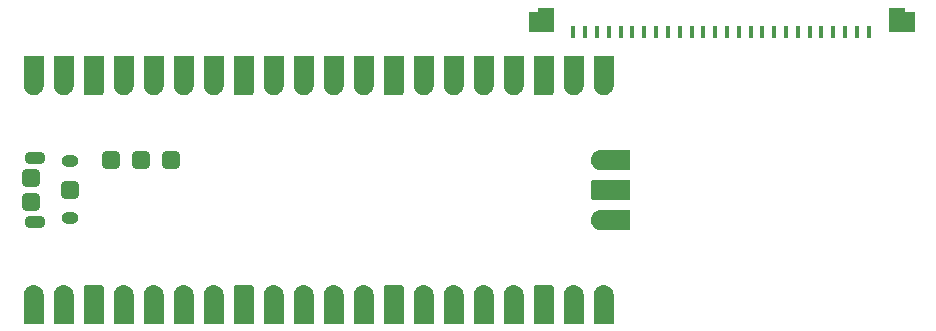
<source format=gbr>
%TF.GenerationSoftware,KiCad,Pcbnew,8.0.4*%
%TF.CreationDate,2025-03-13T09:59:00-07:00*%
%TF.ProjectId,keyboard_board,6b657962-6f61-4726-945f-626f6172642e,rev?*%
%TF.SameCoordinates,Original*%
%TF.FileFunction,Paste,Bot*%
%TF.FilePolarity,Positive*%
%FSLAX46Y46*%
G04 Gerber Fmt 4.6, Leading zero omitted, Abs format (unit mm)*
G04 Created by KiCad (PCBNEW 8.0.4) date 2025-03-13 09:59:00*
%MOMM*%
%LPD*%
G01*
G04 APERTURE LIST*
G04 Aperture macros list*
%AMRoundRect*
0 Rectangle with rounded corners*
0 $1 Rounding radius*
0 $2 $3 $4 $5 $6 $7 $8 $9 X,Y pos of 4 corners*
0 Add a 4 corners polygon primitive as box body*
4,1,4,$2,$3,$4,$5,$6,$7,$8,$9,$2,$3,0*
0 Add four circle primitives for the rounded corners*
1,1,$1+$1,$2,$3*
1,1,$1+$1,$4,$5*
1,1,$1+$1,$6,$7*
1,1,$1+$1,$8,$9*
0 Add four rect primitives between the rounded corners*
20,1,$1+$1,$2,$3,$4,$5,0*
20,1,$1+$1,$4,$5,$6,$7,0*
20,1,$1+$1,$6,$7,$8,$9,0*
20,1,$1+$1,$8,$9,$2,$3,0*%
G04 Aperture macros list end*
%ADD10C,0.010000*%
%ADD11O,1.800000X1.100000*%
%ADD12O,1.450000X1.050000*%
%ADD13RoundRect,0.300000X-0.450000X0.450000X-0.450000X-0.450000X0.450000X-0.450000X0.450000X0.450000X0*%
%ADD14R,0.300000X1.100000*%
G04 APERTURE END LIST*
D10*
%TO.C,U1*%
X182406000Y-86970000D02*
X182405000Y-87012000D01*
X182402000Y-87054000D01*
X182396000Y-87095000D01*
X182389000Y-87136000D01*
X182379000Y-87177000D01*
X182367000Y-87217000D01*
X182353000Y-87257000D01*
X182337000Y-87295000D01*
X182319000Y-87333000D01*
X182299000Y-87370000D01*
X182277000Y-87406000D01*
X182253000Y-87440000D01*
X182228000Y-87473000D01*
X182201000Y-87505000D01*
X182172000Y-87536000D01*
X182141000Y-87565000D01*
X182109000Y-87592000D01*
X182076000Y-87617000D01*
X182042000Y-87641000D01*
X182006000Y-87663000D01*
X181969000Y-87683000D01*
X181931000Y-87701000D01*
X181893000Y-87717000D01*
X181853000Y-87731000D01*
X181813000Y-87743000D01*
X181772000Y-87753000D01*
X181731000Y-87760000D01*
X181690000Y-87766000D01*
X181648000Y-87769000D01*
X181606000Y-87770000D01*
X181564000Y-87769000D01*
X181522000Y-87766000D01*
X181481000Y-87760000D01*
X181440000Y-87753000D01*
X181399000Y-87743000D01*
X181359000Y-87731000D01*
X181319000Y-87717000D01*
X181281000Y-87701000D01*
X181243000Y-87683000D01*
X181206000Y-87663000D01*
X181170000Y-87641000D01*
X181136000Y-87617000D01*
X181103000Y-87592000D01*
X181071000Y-87565000D01*
X181040000Y-87536000D01*
X181011000Y-87505000D01*
X180984000Y-87473000D01*
X180959000Y-87440000D01*
X180935000Y-87406000D01*
X180913000Y-87370000D01*
X180893000Y-87333000D01*
X180875000Y-87295000D01*
X180859000Y-87257000D01*
X180845000Y-87217000D01*
X180833000Y-87177000D01*
X180823000Y-87136000D01*
X180816000Y-87095000D01*
X180810000Y-87054000D01*
X180807000Y-87012000D01*
X180806000Y-86970000D01*
X180806000Y-84570000D01*
X182406000Y-84570000D01*
X182406000Y-86970000D01*
G36*
X182406000Y-86970000D02*
G01*
X182405000Y-87012000D01*
X182402000Y-87054000D01*
X182396000Y-87095000D01*
X182389000Y-87136000D01*
X182379000Y-87177000D01*
X182367000Y-87217000D01*
X182353000Y-87257000D01*
X182337000Y-87295000D01*
X182319000Y-87333000D01*
X182299000Y-87370000D01*
X182277000Y-87406000D01*
X182253000Y-87440000D01*
X182228000Y-87473000D01*
X182201000Y-87505000D01*
X182172000Y-87536000D01*
X182141000Y-87565000D01*
X182109000Y-87592000D01*
X182076000Y-87617000D01*
X182042000Y-87641000D01*
X182006000Y-87663000D01*
X181969000Y-87683000D01*
X181931000Y-87701000D01*
X181893000Y-87717000D01*
X181853000Y-87731000D01*
X181813000Y-87743000D01*
X181772000Y-87753000D01*
X181731000Y-87760000D01*
X181690000Y-87766000D01*
X181648000Y-87769000D01*
X181606000Y-87770000D01*
X181564000Y-87769000D01*
X181522000Y-87766000D01*
X181481000Y-87760000D01*
X181440000Y-87753000D01*
X181399000Y-87743000D01*
X181359000Y-87731000D01*
X181319000Y-87717000D01*
X181281000Y-87701000D01*
X181243000Y-87683000D01*
X181206000Y-87663000D01*
X181170000Y-87641000D01*
X181136000Y-87617000D01*
X181103000Y-87592000D01*
X181071000Y-87565000D01*
X181040000Y-87536000D01*
X181011000Y-87505000D01*
X180984000Y-87473000D01*
X180959000Y-87440000D01*
X180935000Y-87406000D01*
X180913000Y-87370000D01*
X180893000Y-87333000D01*
X180875000Y-87295000D01*
X180859000Y-87257000D01*
X180845000Y-87217000D01*
X180833000Y-87177000D01*
X180823000Y-87136000D01*
X180816000Y-87095000D01*
X180810000Y-87054000D01*
X180807000Y-87012000D01*
X180806000Y-86970000D01*
X180806000Y-84570000D01*
X182406000Y-84570000D01*
X182406000Y-86970000D01*
G37*
X181648000Y-103951000D02*
X181690000Y-103954000D01*
X181731000Y-103960000D01*
X181772000Y-103967000D01*
X181813000Y-103977000D01*
X181853000Y-103989000D01*
X181893000Y-104003000D01*
X181931000Y-104019000D01*
X181969000Y-104037000D01*
X182006000Y-104057000D01*
X182042000Y-104079000D01*
X182076000Y-104103000D01*
X182109000Y-104128000D01*
X182141000Y-104155000D01*
X182172000Y-104184000D01*
X182201000Y-104215000D01*
X182228000Y-104247000D01*
X182253000Y-104280000D01*
X182277000Y-104314000D01*
X182299000Y-104350000D01*
X182319000Y-104387000D01*
X182337000Y-104425000D01*
X182353000Y-104463000D01*
X182367000Y-104503000D01*
X182379000Y-104543000D01*
X182389000Y-104584000D01*
X182396000Y-104625000D01*
X182402000Y-104666000D01*
X182405000Y-104708000D01*
X182406000Y-104750000D01*
X182406000Y-107150000D01*
X180806000Y-107150000D01*
X180806000Y-104750000D01*
X180807000Y-104708000D01*
X180810000Y-104666000D01*
X180816000Y-104625000D01*
X180823000Y-104584000D01*
X180833000Y-104543000D01*
X180845000Y-104503000D01*
X180859000Y-104463000D01*
X180875000Y-104425000D01*
X180893000Y-104387000D01*
X180913000Y-104350000D01*
X180935000Y-104314000D01*
X180959000Y-104280000D01*
X180984000Y-104247000D01*
X181011000Y-104215000D01*
X181040000Y-104184000D01*
X181071000Y-104155000D01*
X181103000Y-104128000D01*
X181136000Y-104103000D01*
X181170000Y-104079000D01*
X181206000Y-104057000D01*
X181243000Y-104037000D01*
X181281000Y-104019000D01*
X181319000Y-104003000D01*
X181359000Y-103989000D01*
X181399000Y-103977000D01*
X181440000Y-103967000D01*
X181481000Y-103960000D01*
X181522000Y-103954000D01*
X181564000Y-103951000D01*
X181606000Y-103950000D01*
X181648000Y-103951000D01*
G36*
X181648000Y-103951000D02*
G01*
X181690000Y-103954000D01*
X181731000Y-103960000D01*
X181772000Y-103967000D01*
X181813000Y-103977000D01*
X181853000Y-103989000D01*
X181893000Y-104003000D01*
X181931000Y-104019000D01*
X181969000Y-104037000D01*
X182006000Y-104057000D01*
X182042000Y-104079000D01*
X182076000Y-104103000D01*
X182109000Y-104128000D01*
X182141000Y-104155000D01*
X182172000Y-104184000D01*
X182201000Y-104215000D01*
X182228000Y-104247000D01*
X182253000Y-104280000D01*
X182277000Y-104314000D01*
X182299000Y-104350000D01*
X182319000Y-104387000D01*
X182337000Y-104425000D01*
X182353000Y-104463000D01*
X182367000Y-104503000D01*
X182379000Y-104543000D01*
X182389000Y-104584000D01*
X182396000Y-104625000D01*
X182402000Y-104666000D01*
X182405000Y-104708000D01*
X182406000Y-104750000D01*
X182406000Y-107150000D01*
X180806000Y-107150000D01*
X180806000Y-104750000D01*
X180807000Y-104708000D01*
X180810000Y-104666000D01*
X180816000Y-104625000D01*
X180823000Y-104584000D01*
X180833000Y-104543000D01*
X180845000Y-104503000D01*
X180859000Y-104463000D01*
X180875000Y-104425000D01*
X180893000Y-104387000D01*
X180913000Y-104350000D01*
X180935000Y-104314000D01*
X180959000Y-104280000D01*
X180984000Y-104247000D01*
X181011000Y-104215000D01*
X181040000Y-104184000D01*
X181071000Y-104155000D01*
X181103000Y-104128000D01*
X181136000Y-104103000D01*
X181170000Y-104079000D01*
X181206000Y-104057000D01*
X181243000Y-104037000D01*
X181281000Y-104019000D01*
X181319000Y-104003000D01*
X181359000Y-103989000D01*
X181399000Y-103977000D01*
X181440000Y-103967000D01*
X181481000Y-103960000D01*
X181522000Y-103954000D01*
X181564000Y-103951000D01*
X181606000Y-103950000D01*
X181648000Y-103951000D01*
G37*
X184946000Y-86970000D02*
X184945000Y-87012000D01*
X184942000Y-87054000D01*
X184936000Y-87095000D01*
X184929000Y-87136000D01*
X184919000Y-87177000D01*
X184907000Y-87217000D01*
X184893000Y-87257000D01*
X184877000Y-87295000D01*
X184859000Y-87333000D01*
X184839000Y-87370000D01*
X184817000Y-87406000D01*
X184793000Y-87440000D01*
X184768000Y-87473000D01*
X184741000Y-87505000D01*
X184712000Y-87536000D01*
X184681000Y-87565000D01*
X184649000Y-87592000D01*
X184616000Y-87617000D01*
X184582000Y-87641000D01*
X184546000Y-87663000D01*
X184509000Y-87683000D01*
X184471000Y-87701000D01*
X184433000Y-87717000D01*
X184393000Y-87731000D01*
X184353000Y-87743000D01*
X184312000Y-87753000D01*
X184271000Y-87760000D01*
X184230000Y-87766000D01*
X184188000Y-87769000D01*
X184146000Y-87770000D01*
X184104000Y-87769000D01*
X184062000Y-87766000D01*
X184021000Y-87760000D01*
X183980000Y-87753000D01*
X183939000Y-87743000D01*
X183899000Y-87731000D01*
X183859000Y-87717000D01*
X183821000Y-87701000D01*
X183783000Y-87683000D01*
X183746000Y-87663000D01*
X183710000Y-87641000D01*
X183676000Y-87617000D01*
X183643000Y-87592000D01*
X183611000Y-87565000D01*
X183580000Y-87536000D01*
X183551000Y-87505000D01*
X183524000Y-87473000D01*
X183499000Y-87440000D01*
X183475000Y-87406000D01*
X183453000Y-87370000D01*
X183433000Y-87333000D01*
X183415000Y-87295000D01*
X183399000Y-87257000D01*
X183385000Y-87217000D01*
X183373000Y-87177000D01*
X183363000Y-87136000D01*
X183356000Y-87095000D01*
X183350000Y-87054000D01*
X183347000Y-87012000D01*
X183346000Y-86970000D01*
X183346000Y-84570000D01*
X184946000Y-84570000D01*
X184946000Y-86970000D01*
G36*
X184946000Y-86970000D02*
G01*
X184945000Y-87012000D01*
X184942000Y-87054000D01*
X184936000Y-87095000D01*
X184929000Y-87136000D01*
X184919000Y-87177000D01*
X184907000Y-87217000D01*
X184893000Y-87257000D01*
X184877000Y-87295000D01*
X184859000Y-87333000D01*
X184839000Y-87370000D01*
X184817000Y-87406000D01*
X184793000Y-87440000D01*
X184768000Y-87473000D01*
X184741000Y-87505000D01*
X184712000Y-87536000D01*
X184681000Y-87565000D01*
X184649000Y-87592000D01*
X184616000Y-87617000D01*
X184582000Y-87641000D01*
X184546000Y-87663000D01*
X184509000Y-87683000D01*
X184471000Y-87701000D01*
X184433000Y-87717000D01*
X184393000Y-87731000D01*
X184353000Y-87743000D01*
X184312000Y-87753000D01*
X184271000Y-87760000D01*
X184230000Y-87766000D01*
X184188000Y-87769000D01*
X184146000Y-87770000D01*
X184104000Y-87769000D01*
X184062000Y-87766000D01*
X184021000Y-87760000D01*
X183980000Y-87753000D01*
X183939000Y-87743000D01*
X183899000Y-87731000D01*
X183859000Y-87717000D01*
X183821000Y-87701000D01*
X183783000Y-87683000D01*
X183746000Y-87663000D01*
X183710000Y-87641000D01*
X183676000Y-87617000D01*
X183643000Y-87592000D01*
X183611000Y-87565000D01*
X183580000Y-87536000D01*
X183551000Y-87505000D01*
X183524000Y-87473000D01*
X183499000Y-87440000D01*
X183475000Y-87406000D01*
X183453000Y-87370000D01*
X183433000Y-87333000D01*
X183415000Y-87295000D01*
X183399000Y-87257000D01*
X183385000Y-87217000D01*
X183373000Y-87177000D01*
X183363000Y-87136000D01*
X183356000Y-87095000D01*
X183350000Y-87054000D01*
X183347000Y-87012000D01*
X183346000Y-86970000D01*
X183346000Y-84570000D01*
X184946000Y-84570000D01*
X184946000Y-86970000D01*
G37*
X184188000Y-103951000D02*
X184230000Y-103954000D01*
X184271000Y-103960000D01*
X184312000Y-103967000D01*
X184353000Y-103977000D01*
X184393000Y-103989000D01*
X184433000Y-104003000D01*
X184471000Y-104019000D01*
X184509000Y-104037000D01*
X184546000Y-104057000D01*
X184582000Y-104079000D01*
X184616000Y-104103000D01*
X184649000Y-104128000D01*
X184681000Y-104155000D01*
X184712000Y-104184000D01*
X184741000Y-104215000D01*
X184768000Y-104247000D01*
X184793000Y-104280000D01*
X184817000Y-104314000D01*
X184839000Y-104350000D01*
X184859000Y-104387000D01*
X184877000Y-104425000D01*
X184893000Y-104463000D01*
X184907000Y-104503000D01*
X184919000Y-104543000D01*
X184929000Y-104584000D01*
X184936000Y-104625000D01*
X184942000Y-104666000D01*
X184945000Y-104708000D01*
X184946000Y-104750000D01*
X184946000Y-107150000D01*
X183346000Y-107150000D01*
X183346000Y-104750000D01*
X183347000Y-104708000D01*
X183350000Y-104666000D01*
X183356000Y-104625000D01*
X183363000Y-104584000D01*
X183373000Y-104543000D01*
X183385000Y-104503000D01*
X183399000Y-104463000D01*
X183415000Y-104425000D01*
X183433000Y-104387000D01*
X183453000Y-104350000D01*
X183475000Y-104314000D01*
X183499000Y-104280000D01*
X183524000Y-104247000D01*
X183551000Y-104215000D01*
X183580000Y-104184000D01*
X183611000Y-104155000D01*
X183643000Y-104128000D01*
X183676000Y-104103000D01*
X183710000Y-104079000D01*
X183746000Y-104057000D01*
X183783000Y-104037000D01*
X183821000Y-104019000D01*
X183859000Y-104003000D01*
X183899000Y-103989000D01*
X183939000Y-103977000D01*
X183980000Y-103967000D01*
X184021000Y-103960000D01*
X184062000Y-103954000D01*
X184104000Y-103951000D01*
X184146000Y-103950000D01*
X184188000Y-103951000D01*
G36*
X184188000Y-103951000D02*
G01*
X184230000Y-103954000D01*
X184271000Y-103960000D01*
X184312000Y-103967000D01*
X184353000Y-103977000D01*
X184393000Y-103989000D01*
X184433000Y-104003000D01*
X184471000Y-104019000D01*
X184509000Y-104037000D01*
X184546000Y-104057000D01*
X184582000Y-104079000D01*
X184616000Y-104103000D01*
X184649000Y-104128000D01*
X184681000Y-104155000D01*
X184712000Y-104184000D01*
X184741000Y-104215000D01*
X184768000Y-104247000D01*
X184793000Y-104280000D01*
X184817000Y-104314000D01*
X184839000Y-104350000D01*
X184859000Y-104387000D01*
X184877000Y-104425000D01*
X184893000Y-104463000D01*
X184907000Y-104503000D01*
X184919000Y-104543000D01*
X184929000Y-104584000D01*
X184936000Y-104625000D01*
X184942000Y-104666000D01*
X184945000Y-104708000D01*
X184946000Y-104750000D01*
X184946000Y-107150000D01*
X183346000Y-107150000D01*
X183346000Y-104750000D01*
X183347000Y-104708000D01*
X183350000Y-104666000D01*
X183356000Y-104625000D01*
X183363000Y-104584000D01*
X183373000Y-104543000D01*
X183385000Y-104503000D01*
X183399000Y-104463000D01*
X183415000Y-104425000D01*
X183433000Y-104387000D01*
X183453000Y-104350000D01*
X183475000Y-104314000D01*
X183499000Y-104280000D01*
X183524000Y-104247000D01*
X183551000Y-104215000D01*
X183580000Y-104184000D01*
X183611000Y-104155000D01*
X183643000Y-104128000D01*
X183676000Y-104103000D01*
X183710000Y-104079000D01*
X183746000Y-104057000D01*
X183783000Y-104037000D01*
X183821000Y-104019000D01*
X183859000Y-104003000D01*
X183899000Y-103989000D01*
X183939000Y-103977000D01*
X183980000Y-103967000D01*
X184021000Y-103960000D01*
X184062000Y-103954000D01*
X184104000Y-103951000D01*
X184146000Y-103950000D01*
X184188000Y-103951000D01*
G37*
X190026000Y-86970000D02*
X190025000Y-87012000D01*
X190022000Y-87054000D01*
X190016000Y-87095000D01*
X190009000Y-87136000D01*
X189999000Y-87177000D01*
X189987000Y-87217000D01*
X189973000Y-87257000D01*
X189957000Y-87295000D01*
X189939000Y-87333000D01*
X189919000Y-87370000D01*
X189897000Y-87406000D01*
X189873000Y-87440000D01*
X189848000Y-87473000D01*
X189821000Y-87505000D01*
X189792000Y-87536000D01*
X189761000Y-87565000D01*
X189729000Y-87592000D01*
X189696000Y-87617000D01*
X189662000Y-87641000D01*
X189626000Y-87663000D01*
X189589000Y-87683000D01*
X189551000Y-87701000D01*
X189513000Y-87717000D01*
X189473000Y-87731000D01*
X189433000Y-87743000D01*
X189392000Y-87753000D01*
X189351000Y-87760000D01*
X189310000Y-87766000D01*
X189268000Y-87769000D01*
X189226000Y-87770000D01*
X189184000Y-87769000D01*
X189142000Y-87766000D01*
X189101000Y-87760000D01*
X189060000Y-87753000D01*
X189019000Y-87743000D01*
X188979000Y-87731000D01*
X188939000Y-87717000D01*
X188901000Y-87701000D01*
X188863000Y-87683000D01*
X188826000Y-87663000D01*
X188790000Y-87641000D01*
X188756000Y-87617000D01*
X188723000Y-87592000D01*
X188691000Y-87565000D01*
X188660000Y-87536000D01*
X188631000Y-87505000D01*
X188604000Y-87473000D01*
X188579000Y-87440000D01*
X188555000Y-87406000D01*
X188533000Y-87370000D01*
X188513000Y-87333000D01*
X188495000Y-87295000D01*
X188479000Y-87257000D01*
X188465000Y-87217000D01*
X188453000Y-87177000D01*
X188443000Y-87136000D01*
X188436000Y-87095000D01*
X188430000Y-87054000D01*
X188427000Y-87012000D01*
X188426000Y-86970000D01*
X188426000Y-84570000D01*
X190026000Y-84570000D01*
X190026000Y-86970000D01*
G36*
X190026000Y-86970000D02*
G01*
X190025000Y-87012000D01*
X190022000Y-87054000D01*
X190016000Y-87095000D01*
X190009000Y-87136000D01*
X189999000Y-87177000D01*
X189987000Y-87217000D01*
X189973000Y-87257000D01*
X189957000Y-87295000D01*
X189939000Y-87333000D01*
X189919000Y-87370000D01*
X189897000Y-87406000D01*
X189873000Y-87440000D01*
X189848000Y-87473000D01*
X189821000Y-87505000D01*
X189792000Y-87536000D01*
X189761000Y-87565000D01*
X189729000Y-87592000D01*
X189696000Y-87617000D01*
X189662000Y-87641000D01*
X189626000Y-87663000D01*
X189589000Y-87683000D01*
X189551000Y-87701000D01*
X189513000Y-87717000D01*
X189473000Y-87731000D01*
X189433000Y-87743000D01*
X189392000Y-87753000D01*
X189351000Y-87760000D01*
X189310000Y-87766000D01*
X189268000Y-87769000D01*
X189226000Y-87770000D01*
X189184000Y-87769000D01*
X189142000Y-87766000D01*
X189101000Y-87760000D01*
X189060000Y-87753000D01*
X189019000Y-87743000D01*
X188979000Y-87731000D01*
X188939000Y-87717000D01*
X188901000Y-87701000D01*
X188863000Y-87683000D01*
X188826000Y-87663000D01*
X188790000Y-87641000D01*
X188756000Y-87617000D01*
X188723000Y-87592000D01*
X188691000Y-87565000D01*
X188660000Y-87536000D01*
X188631000Y-87505000D01*
X188604000Y-87473000D01*
X188579000Y-87440000D01*
X188555000Y-87406000D01*
X188533000Y-87370000D01*
X188513000Y-87333000D01*
X188495000Y-87295000D01*
X188479000Y-87257000D01*
X188465000Y-87217000D01*
X188453000Y-87177000D01*
X188443000Y-87136000D01*
X188436000Y-87095000D01*
X188430000Y-87054000D01*
X188427000Y-87012000D01*
X188426000Y-86970000D01*
X188426000Y-84570000D01*
X190026000Y-84570000D01*
X190026000Y-86970000D01*
G37*
X189268000Y-103951000D02*
X189310000Y-103954000D01*
X189351000Y-103960000D01*
X189392000Y-103967000D01*
X189433000Y-103977000D01*
X189473000Y-103989000D01*
X189513000Y-104003000D01*
X189551000Y-104019000D01*
X189589000Y-104037000D01*
X189626000Y-104057000D01*
X189662000Y-104079000D01*
X189696000Y-104103000D01*
X189729000Y-104128000D01*
X189761000Y-104155000D01*
X189792000Y-104184000D01*
X189821000Y-104215000D01*
X189848000Y-104247000D01*
X189873000Y-104280000D01*
X189897000Y-104314000D01*
X189919000Y-104350000D01*
X189939000Y-104387000D01*
X189957000Y-104425000D01*
X189973000Y-104463000D01*
X189987000Y-104503000D01*
X189999000Y-104543000D01*
X190009000Y-104584000D01*
X190016000Y-104625000D01*
X190022000Y-104666000D01*
X190025000Y-104708000D01*
X190026000Y-104750000D01*
X190026000Y-107150000D01*
X188426000Y-107150000D01*
X188426000Y-104750000D01*
X188427000Y-104708000D01*
X188430000Y-104666000D01*
X188436000Y-104625000D01*
X188443000Y-104584000D01*
X188453000Y-104543000D01*
X188465000Y-104503000D01*
X188479000Y-104463000D01*
X188495000Y-104425000D01*
X188513000Y-104387000D01*
X188533000Y-104350000D01*
X188555000Y-104314000D01*
X188579000Y-104280000D01*
X188604000Y-104247000D01*
X188631000Y-104215000D01*
X188660000Y-104184000D01*
X188691000Y-104155000D01*
X188723000Y-104128000D01*
X188756000Y-104103000D01*
X188790000Y-104079000D01*
X188826000Y-104057000D01*
X188863000Y-104037000D01*
X188901000Y-104019000D01*
X188939000Y-104003000D01*
X188979000Y-103989000D01*
X189019000Y-103977000D01*
X189060000Y-103967000D01*
X189101000Y-103960000D01*
X189142000Y-103954000D01*
X189184000Y-103951000D01*
X189226000Y-103950000D01*
X189268000Y-103951000D01*
G36*
X189268000Y-103951000D02*
G01*
X189310000Y-103954000D01*
X189351000Y-103960000D01*
X189392000Y-103967000D01*
X189433000Y-103977000D01*
X189473000Y-103989000D01*
X189513000Y-104003000D01*
X189551000Y-104019000D01*
X189589000Y-104037000D01*
X189626000Y-104057000D01*
X189662000Y-104079000D01*
X189696000Y-104103000D01*
X189729000Y-104128000D01*
X189761000Y-104155000D01*
X189792000Y-104184000D01*
X189821000Y-104215000D01*
X189848000Y-104247000D01*
X189873000Y-104280000D01*
X189897000Y-104314000D01*
X189919000Y-104350000D01*
X189939000Y-104387000D01*
X189957000Y-104425000D01*
X189973000Y-104463000D01*
X189987000Y-104503000D01*
X189999000Y-104543000D01*
X190009000Y-104584000D01*
X190016000Y-104625000D01*
X190022000Y-104666000D01*
X190025000Y-104708000D01*
X190026000Y-104750000D01*
X190026000Y-107150000D01*
X188426000Y-107150000D01*
X188426000Y-104750000D01*
X188427000Y-104708000D01*
X188430000Y-104666000D01*
X188436000Y-104625000D01*
X188443000Y-104584000D01*
X188453000Y-104543000D01*
X188465000Y-104503000D01*
X188479000Y-104463000D01*
X188495000Y-104425000D01*
X188513000Y-104387000D01*
X188533000Y-104350000D01*
X188555000Y-104314000D01*
X188579000Y-104280000D01*
X188604000Y-104247000D01*
X188631000Y-104215000D01*
X188660000Y-104184000D01*
X188691000Y-104155000D01*
X188723000Y-104128000D01*
X188756000Y-104103000D01*
X188790000Y-104079000D01*
X188826000Y-104057000D01*
X188863000Y-104037000D01*
X188901000Y-104019000D01*
X188939000Y-104003000D01*
X188979000Y-103989000D01*
X189019000Y-103977000D01*
X189060000Y-103967000D01*
X189101000Y-103960000D01*
X189142000Y-103954000D01*
X189184000Y-103951000D01*
X189226000Y-103950000D01*
X189268000Y-103951000D01*
G37*
X192566000Y-86970000D02*
X192565000Y-87012000D01*
X192562000Y-87054000D01*
X192556000Y-87095000D01*
X192549000Y-87136000D01*
X192539000Y-87177000D01*
X192527000Y-87217000D01*
X192513000Y-87257000D01*
X192497000Y-87295000D01*
X192479000Y-87333000D01*
X192459000Y-87370000D01*
X192437000Y-87406000D01*
X192413000Y-87440000D01*
X192388000Y-87473000D01*
X192361000Y-87505000D01*
X192332000Y-87536000D01*
X192301000Y-87565000D01*
X192269000Y-87592000D01*
X192236000Y-87617000D01*
X192202000Y-87641000D01*
X192166000Y-87663000D01*
X192129000Y-87683000D01*
X192091000Y-87701000D01*
X192053000Y-87717000D01*
X192013000Y-87731000D01*
X191973000Y-87743000D01*
X191932000Y-87753000D01*
X191891000Y-87760000D01*
X191850000Y-87766000D01*
X191808000Y-87769000D01*
X191766000Y-87770000D01*
X191724000Y-87769000D01*
X191682000Y-87766000D01*
X191641000Y-87760000D01*
X191600000Y-87753000D01*
X191559000Y-87743000D01*
X191519000Y-87731000D01*
X191479000Y-87717000D01*
X191441000Y-87701000D01*
X191403000Y-87683000D01*
X191366000Y-87663000D01*
X191330000Y-87641000D01*
X191296000Y-87617000D01*
X191263000Y-87592000D01*
X191231000Y-87565000D01*
X191200000Y-87536000D01*
X191171000Y-87505000D01*
X191144000Y-87473000D01*
X191119000Y-87440000D01*
X191095000Y-87406000D01*
X191073000Y-87370000D01*
X191053000Y-87333000D01*
X191035000Y-87295000D01*
X191019000Y-87257000D01*
X191005000Y-87217000D01*
X190993000Y-87177000D01*
X190983000Y-87136000D01*
X190976000Y-87095000D01*
X190970000Y-87054000D01*
X190967000Y-87012000D01*
X190966000Y-86970000D01*
X190966000Y-84570000D01*
X192566000Y-84570000D01*
X192566000Y-86970000D01*
G36*
X192566000Y-86970000D02*
G01*
X192565000Y-87012000D01*
X192562000Y-87054000D01*
X192556000Y-87095000D01*
X192549000Y-87136000D01*
X192539000Y-87177000D01*
X192527000Y-87217000D01*
X192513000Y-87257000D01*
X192497000Y-87295000D01*
X192479000Y-87333000D01*
X192459000Y-87370000D01*
X192437000Y-87406000D01*
X192413000Y-87440000D01*
X192388000Y-87473000D01*
X192361000Y-87505000D01*
X192332000Y-87536000D01*
X192301000Y-87565000D01*
X192269000Y-87592000D01*
X192236000Y-87617000D01*
X192202000Y-87641000D01*
X192166000Y-87663000D01*
X192129000Y-87683000D01*
X192091000Y-87701000D01*
X192053000Y-87717000D01*
X192013000Y-87731000D01*
X191973000Y-87743000D01*
X191932000Y-87753000D01*
X191891000Y-87760000D01*
X191850000Y-87766000D01*
X191808000Y-87769000D01*
X191766000Y-87770000D01*
X191724000Y-87769000D01*
X191682000Y-87766000D01*
X191641000Y-87760000D01*
X191600000Y-87753000D01*
X191559000Y-87743000D01*
X191519000Y-87731000D01*
X191479000Y-87717000D01*
X191441000Y-87701000D01*
X191403000Y-87683000D01*
X191366000Y-87663000D01*
X191330000Y-87641000D01*
X191296000Y-87617000D01*
X191263000Y-87592000D01*
X191231000Y-87565000D01*
X191200000Y-87536000D01*
X191171000Y-87505000D01*
X191144000Y-87473000D01*
X191119000Y-87440000D01*
X191095000Y-87406000D01*
X191073000Y-87370000D01*
X191053000Y-87333000D01*
X191035000Y-87295000D01*
X191019000Y-87257000D01*
X191005000Y-87217000D01*
X190993000Y-87177000D01*
X190983000Y-87136000D01*
X190976000Y-87095000D01*
X190970000Y-87054000D01*
X190967000Y-87012000D01*
X190966000Y-86970000D01*
X190966000Y-84570000D01*
X192566000Y-84570000D01*
X192566000Y-86970000D01*
G37*
X191808000Y-103951000D02*
X191850000Y-103954000D01*
X191891000Y-103960000D01*
X191932000Y-103967000D01*
X191973000Y-103977000D01*
X192013000Y-103989000D01*
X192053000Y-104003000D01*
X192091000Y-104019000D01*
X192129000Y-104037000D01*
X192166000Y-104057000D01*
X192202000Y-104079000D01*
X192236000Y-104103000D01*
X192269000Y-104128000D01*
X192301000Y-104155000D01*
X192332000Y-104184000D01*
X192361000Y-104215000D01*
X192388000Y-104247000D01*
X192413000Y-104280000D01*
X192437000Y-104314000D01*
X192459000Y-104350000D01*
X192479000Y-104387000D01*
X192497000Y-104425000D01*
X192513000Y-104463000D01*
X192527000Y-104503000D01*
X192539000Y-104543000D01*
X192549000Y-104584000D01*
X192556000Y-104625000D01*
X192562000Y-104666000D01*
X192565000Y-104708000D01*
X192566000Y-104750000D01*
X192566000Y-107150000D01*
X190966000Y-107150000D01*
X190966000Y-104750000D01*
X190967000Y-104708000D01*
X190970000Y-104666000D01*
X190976000Y-104625000D01*
X190983000Y-104584000D01*
X190993000Y-104543000D01*
X191005000Y-104503000D01*
X191019000Y-104463000D01*
X191035000Y-104425000D01*
X191053000Y-104387000D01*
X191073000Y-104350000D01*
X191095000Y-104314000D01*
X191119000Y-104280000D01*
X191144000Y-104247000D01*
X191171000Y-104215000D01*
X191200000Y-104184000D01*
X191231000Y-104155000D01*
X191263000Y-104128000D01*
X191296000Y-104103000D01*
X191330000Y-104079000D01*
X191366000Y-104057000D01*
X191403000Y-104037000D01*
X191441000Y-104019000D01*
X191479000Y-104003000D01*
X191519000Y-103989000D01*
X191559000Y-103977000D01*
X191600000Y-103967000D01*
X191641000Y-103960000D01*
X191682000Y-103954000D01*
X191724000Y-103951000D01*
X191766000Y-103950000D01*
X191808000Y-103951000D01*
G36*
X191808000Y-103951000D02*
G01*
X191850000Y-103954000D01*
X191891000Y-103960000D01*
X191932000Y-103967000D01*
X191973000Y-103977000D01*
X192013000Y-103989000D01*
X192053000Y-104003000D01*
X192091000Y-104019000D01*
X192129000Y-104037000D01*
X192166000Y-104057000D01*
X192202000Y-104079000D01*
X192236000Y-104103000D01*
X192269000Y-104128000D01*
X192301000Y-104155000D01*
X192332000Y-104184000D01*
X192361000Y-104215000D01*
X192388000Y-104247000D01*
X192413000Y-104280000D01*
X192437000Y-104314000D01*
X192459000Y-104350000D01*
X192479000Y-104387000D01*
X192497000Y-104425000D01*
X192513000Y-104463000D01*
X192527000Y-104503000D01*
X192539000Y-104543000D01*
X192549000Y-104584000D01*
X192556000Y-104625000D01*
X192562000Y-104666000D01*
X192565000Y-104708000D01*
X192566000Y-104750000D01*
X192566000Y-107150000D01*
X190966000Y-107150000D01*
X190966000Y-104750000D01*
X190967000Y-104708000D01*
X190970000Y-104666000D01*
X190976000Y-104625000D01*
X190983000Y-104584000D01*
X190993000Y-104543000D01*
X191005000Y-104503000D01*
X191019000Y-104463000D01*
X191035000Y-104425000D01*
X191053000Y-104387000D01*
X191073000Y-104350000D01*
X191095000Y-104314000D01*
X191119000Y-104280000D01*
X191144000Y-104247000D01*
X191171000Y-104215000D01*
X191200000Y-104184000D01*
X191231000Y-104155000D01*
X191263000Y-104128000D01*
X191296000Y-104103000D01*
X191330000Y-104079000D01*
X191366000Y-104057000D01*
X191403000Y-104037000D01*
X191441000Y-104019000D01*
X191479000Y-104003000D01*
X191519000Y-103989000D01*
X191559000Y-103977000D01*
X191600000Y-103967000D01*
X191641000Y-103960000D01*
X191682000Y-103954000D01*
X191724000Y-103951000D01*
X191766000Y-103950000D01*
X191808000Y-103951000D01*
G37*
X195106000Y-86970000D02*
X195105000Y-87012000D01*
X195102000Y-87054000D01*
X195096000Y-87095000D01*
X195089000Y-87136000D01*
X195079000Y-87177000D01*
X195067000Y-87217000D01*
X195053000Y-87257000D01*
X195037000Y-87295000D01*
X195019000Y-87333000D01*
X194999000Y-87370000D01*
X194977000Y-87406000D01*
X194953000Y-87440000D01*
X194928000Y-87473000D01*
X194901000Y-87505000D01*
X194872000Y-87536000D01*
X194841000Y-87565000D01*
X194809000Y-87592000D01*
X194776000Y-87617000D01*
X194742000Y-87641000D01*
X194706000Y-87663000D01*
X194669000Y-87683000D01*
X194631000Y-87701000D01*
X194593000Y-87717000D01*
X194553000Y-87731000D01*
X194513000Y-87743000D01*
X194472000Y-87753000D01*
X194431000Y-87760000D01*
X194390000Y-87766000D01*
X194348000Y-87769000D01*
X194306000Y-87770000D01*
X194264000Y-87769000D01*
X194222000Y-87766000D01*
X194181000Y-87760000D01*
X194140000Y-87753000D01*
X194099000Y-87743000D01*
X194059000Y-87731000D01*
X194019000Y-87717000D01*
X193981000Y-87701000D01*
X193943000Y-87683000D01*
X193906000Y-87663000D01*
X193870000Y-87641000D01*
X193836000Y-87617000D01*
X193803000Y-87592000D01*
X193771000Y-87565000D01*
X193740000Y-87536000D01*
X193711000Y-87505000D01*
X193684000Y-87473000D01*
X193659000Y-87440000D01*
X193635000Y-87406000D01*
X193613000Y-87370000D01*
X193593000Y-87333000D01*
X193575000Y-87295000D01*
X193559000Y-87257000D01*
X193545000Y-87217000D01*
X193533000Y-87177000D01*
X193523000Y-87136000D01*
X193516000Y-87095000D01*
X193510000Y-87054000D01*
X193507000Y-87012000D01*
X193506000Y-86970000D01*
X193506000Y-84570000D01*
X195106000Y-84570000D01*
X195106000Y-86970000D01*
G36*
X195106000Y-86970000D02*
G01*
X195105000Y-87012000D01*
X195102000Y-87054000D01*
X195096000Y-87095000D01*
X195089000Y-87136000D01*
X195079000Y-87177000D01*
X195067000Y-87217000D01*
X195053000Y-87257000D01*
X195037000Y-87295000D01*
X195019000Y-87333000D01*
X194999000Y-87370000D01*
X194977000Y-87406000D01*
X194953000Y-87440000D01*
X194928000Y-87473000D01*
X194901000Y-87505000D01*
X194872000Y-87536000D01*
X194841000Y-87565000D01*
X194809000Y-87592000D01*
X194776000Y-87617000D01*
X194742000Y-87641000D01*
X194706000Y-87663000D01*
X194669000Y-87683000D01*
X194631000Y-87701000D01*
X194593000Y-87717000D01*
X194553000Y-87731000D01*
X194513000Y-87743000D01*
X194472000Y-87753000D01*
X194431000Y-87760000D01*
X194390000Y-87766000D01*
X194348000Y-87769000D01*
X194306000Y-87770000D01*
X194264000Y-87769000D01*
X194222000Y-87766000D01*
X194181000Y-87760000D01*
X194140000Y-87753000D01*
X194099000Y-87743000D01*
X194059000Y-87731000D01*
X194019000Y-87717000D01*
X193981000Y-87701000D01*
X193943000Y-87683000D01*
X193906000Y-87663000D01*
X193870000Y-87641000D01*
X193836000Y-87617000D01*
X193803000Y-87592000D01*
X193771000Y-87565000D01*
X193740000Y-87536000D01*
X193711000Y-87505000D01*
X193684000Y-87473000D01*
X193659000Y-87440000D01*
X193635000Y-87406000D01*
X193613000Y-87370000D01*
X193593000Y-87333000D01*
X193575000Y-87295000D01*
X193559000Y-87257000D01*
X193545000Y-87217000D01*
X193533000Y-87177000D01*
X193523000Y-87136000D01*
X193516000Y-87095000D01*
X193510000Y-87054000D01*
X193507000Y-87012000D01*
X193506000Y-86970000D01*
X193506000Y-84570000D01*
X195106000Y-84570000D01*
X195106000Y-86970000D01*
G37*
X194348000Y-103951000D02*
X194390000Y-103954000D01*
X194431000Y-103960000D01*
X194472000Y-103967000D01*
X194513000Y-103977000D01*
X194553000Y-103989000D01*
X194593000Y-104003000D01*
X194631000Y-104019000D01*
X194669000Y-104037000D01*
X194706000Y-104057000D01*
X194742000Y-104079000D01*
X194776000Y-104103000D01*
X194809000Y-104128000D01*
X194841000Y-104155000D01*
X194872000Y-104184000D01*
X194901000Y-104215000D01*
X194928000Y-104247000D01*
X194953000Y-104280000D01*
X194977000Y-104314000D01*
X194999000Y-104350000D01*
X195019000Y-104387000D01*
X195037000Y-104425000D01*
X195053000Y-104463000D01*
X195067000Y-104503000D01*
X195079000Y-104543000D01*
X195089000Y-104584000D01*
X195096000Y-104625000D01*
X195102000Y-104666000D01*
X195105000Y-104708000D01*
X195106000Y-104750000D01*
X195106000Y-107150000D01*
X193506000Y-107150000D01*
X193506000Y-104750000D01*
X193507000Y-104708000D01*
X193510000Y-104666000D01*
X193516000Y-104625000D01*
X193523000Y-104584000D01*
X193533000Y-104543000D01*
X193545000Y-104503000D01*
X193559000Y-104463000D01*
X193575000Y-104425000D01*
X193593000Y-104387000D01*
X193613000Y-104350000D01*
X193635000Y-104314000D01*
X193659000Y-104280000D01*
X193684000Y-104247000D01*
X193711000Y-104215000D01*
X193740000Y-104184000D01*
X193771000Y-104155000D01*
X193803000Y-104128000D01*
X193836000Y-104103000D01*
X193870000Y-104079000D01*
X193906000Y-104057000D01*
X193943000Y-104037000D01*
X193981000Y-104019000D01*
X194019000Y-104003000D01*
X194059000Y-103989000D01*
X194099000Y-103977000D01*
X194140000Y-103967000D01*
X194181000Y-103960000D01*
X194222000Y-103954000D01*
X194264000Y-103951000D01*
X194306000Y-103950000D01*
X194348000Y-103951000D01*
G36*
X194348000Y-103951000D02*
G01*
X194390000Y-103954000D01*
X194431000Y-103960000D01*
X194472000Y-103967000D01*
X194513000Y-103977000D01*
X194553000Y-103989000D01*
X194593000Y-104003000D01*
X194631000Y-104019000D01*
X194669000Y-104037000D01*
X194706000Y-104057000D01*
X194742000Y-104079000D01*
X194776000Y-104103000D01*
X194809000Y-104128000D01*
X194841000Y-104155000D01*
X194872000Y-104184000D01*
X194901000Y-104215000D01*
X194928000Y-104247000D01*
X194953000Y-104280000D01*
X194977000Y-104314000D01*
X194999000Y-104350000D01*
X195019000Y-104387000D01*
X195037000Y-104425000D01*
X195053000Y-104463000D01*
X195067000Y-104503000D01*
X195079000Y-104543000D01*
X195089000Y-104584000D01*
X195096000Y-104625000D01*
X195102000Y-104666000D01*
X195105000Y-104708000D01*
X195106000Y-104750000D01*
X195106000Y-107150000D01*
X193506000Y-107150000D01*
X193506000Y-104750000D01*
X193507000Y-104708000D01*
X193510000Y-104666000D01*
X193516000Y-104625000D01*
X193523000Y-104584000D01*
X193533000Y-104543000D01*
X193545000Y-104503000D01*
X193559000Y-104463000D01*
X193575000Y-104425000D01*
X193593000Y-104387000D01*
X193613000Y-104350000D01*
X193635000Y-104314000D01*
X193659000Y-104280000D01*
X193684000Y-104247000D01*
X193711000Y-104215000D01*
X193740000Y-104184000D01*
X193771000Y-104155000D01*
X193803000Y-104128000D01*
X193836000Y-104103000D01*
X193870000Y-104079000D01*
X193906000Y-104057000D01*
X193943000Y-104037000D01*
X193981000Y-104019000D01*
X194019000Y-104003000D01*
X194059000Y-103989000D01*
X194099000Y-103977000D01*
X194140000Y-103967000D01*
X194181000Y-103960000D01*
X194222000Y-103954000D01*
X194264000Y-103951000D01*
X194306000Y-103950000D01*
X194348000Y-103951000D01*
G37*
X197646000Y-86970000D02*
X197645000Y-87012000D01*
X197642000Y-87054000D01*
X197636000Y-87095000D01*
X197629000Y-87136000D01*
X197619000Y-87177000D01*
X197607000Y-87217000D01*
X197593000Y-87257000D01*
X197577000Y-87295000D01*
X197559000Y-87333000D01*
X197539000Y-87370000D01*
X197517000Y-87406000D01*
X197493000Y-87440000D01*
X197468000Y-87473000D01*
X197441000Y-87505000D01*
X197412000Y-87536000D01*
X197381000Y-87565000D01*
X197349000Y-87592000D01*
X197316000Y-87617000D01*
X197282000Y-87641000D01*
X197246000Y-87663000D01*
X197209000Y-87683000D01*
X197171000Y-87701000D01*
X197133000Y-87717000D01*
X197093000Y-87731000D01*
X197053000Y-87743000D01*
X197012000Y-87753000D01*
X196971000Y-87760000D01*
X196930000Y-87766000D01*
X196888000Y-87769000D01*
X196846000Y-87770000D01*
X196804000Y-87769000D01*
X196762000Y-87766000D01*
X196721000Y-87760000D01*
X196680000Y-87753000D01*
X196639000Y-87743000D01*
X196599000Y-87731000D01*
X196559000Y-87717000D01*
X196521000Y-87701000D01*
X196483000Y-87683000D01*
X196446000Y-87663000D01*
X196410000Y-87641000D01*
X196376000Y-87617000D01*
X196343000Y-87592000D01*
X196311000Y-87565000D01*
X196280000Y-87536000D01*
X196251000Y-87505000D01*
X196224000Y-87473000D01*
X196199000Y-87440000D01*
X196175000Y-87406000D01*
X196153000Y-87370000D01*
X196133000Y-87333000D01*
X196115000Y-87295000D01*
X196099000Y-87257000D01*
X196085000Y-87217000D01*
X196073000Y-87177000D01*
X196063000Y-87136000D01*
X196056000Y-87095000D01*
X196050000Y-87054000D01*
X196047000Y-87012000D01*
X196046000Y-86970000D01*
X196046000Y-84570000D01*
X197646000Y-84570000D01*
X197646000Y-86970000D01*
G36*
X197646000Y-86970000D02*
G01*
X197645000Y-87012000D01*
X197642000Y-87054000D01*
X197636000Y-87095000D01*
X197629000Y-87136000D01*
X197619000Y-87177000D01*
X197607000Y-87217000D01*
X197593000Y-87257000D01*
X197577000Y-87295000D01*
X197559000Y-87333000D01*
X197539000Y-87370000D01*
X197517000Y-87406000D01*
X197493000Y-87440000D01*
X197468000Y-87473000D01*
X197441000Y-87505000D01*
X197412000Y-87536000D01*
X197381000Y-87565000D01*
X197349000Y-87592000D01*
X197316000Y-87617000D01*
X197282000Y-87641000D01*
X197246000Y-87663000D01*
X197209000Y-87683000D01*
X197171000Y-87701000D01*
X197133000Y-87717000D01*
X197093000Y-87731000D01*
X197053000Y-87743000D01*
X197012000Y-87753000D01*
X196971000Y-87760000D01*
X196930000Y-87766000D01*
X196888000Y-87769000D01*
X196846000Y-87770000D01*
X196804000Y-87769000D01*
X196762000Y-87766000D01*
X196721000Y-87760000D01*
X196680000Y-87753000D01*
X196639000Y-87743000D01*
X196599000Y-87731000D01*
X196559000Y-87717000D01*
X196521000Y-87701000D01*
X196483000Y-87683000D01*
X196446000Y-87663000D01*
X196410000Y-87641000D01*
X196376000Y-87617000D01*
X196343000Y-87592000D01*
X196311000Y-87565000D01*
X196280000Y-87536000D01*
X196251000Y-87505000D01*
X196224000Y-87473000D01*
X196199000Y-87440000D01*
X196175000Y-87406000D01*
X196153000Y-87370000D01*
X196133000Y-87333000D01*
X196115000Y-87295000D01*
X196099000Y-87257000D01*
X196085000Y-87217000D01*
X196073000Y-87177000D01*
X196063000Y-87136000D01*
X196056000Y-87095000D01*
X196050000Y-87054000D01*
X196047000Y-87012000D01*
X196046000Y-86970000D01*
X196046000Y-84570000D01*
X197646000Y-84570000D01*
X197646000Y-86970000D01*
G37*
X196888000Y-103951000D02*
X196930000Y-103954000D01*
X196971000Y-103960000D01*
X197012000Y-103967000D01*
X197053000Y-103977000D01*
X197093000Y-103989000D01*
X197133000Y-104003000D01*
X197171000Y-104019000D01*
X197209000Y-104037000D01*
X197246000Y-104057000D01*
X197282000Y-104079000D01*
X197316000Y-104103000D01*
X197349000Y-104128000D01*
X197381000Y-104155000D01*
X197412000Y-104184000D01*
X197441000Y-104215000D01*
X197468000Y-104247000D01*
X197493000Y-104280000D01*
X197517000Y-104314000D01*
X197539000Y-104350000D01*
X197559000Y-104387000D01*
X197577000Y-104425000D01*
X197593000Y-104463000D01*
X197607000Y-104503000D01*
X197619000Y-104543000D01*
X197629000Y-104584000D01*
X197636000Y-104625000D01*
X197642000Y-104666000D01*
X197645000Y-104708000D01*
X197646000Y-104750000D01*
X197646000Y-107150000D01*
X196046000Y-107150000D01*
X196046000Y-104750000D01*
X196047000Y-104708000D01*
X196050000Y-104666000D01*
X196056000Y-104625000D01*
X196063000Y-104584000D01*
X196073000Y-104543000D01*
X196085000Y-104503000D01*
X196099000Y-104463000D01*
X196115000Y-104425000D01*
X196133000Y-104387000D01*
X196153000Y-104350000D01*
X196175000Y-104314000D01*
X196199000Y-104280000D01*
X196224000Y-104247000D01*
X196251000Y-104215000D01*
X196280000Y-104184000D01*
X196311000Y-104155000D01*
X196343000Y-104128000D01*
X196376000Y-104103000D01*
X196410000Y-104079000D01*
X196446000Y-104057000D01*
X196483000Y-104037000D01*
X196521000Y-104019000D01*
X196559000Y-104003000D01*
X196599000Y-103989000D01*
X196639000Y-103977000D01*
X196680000Y-103967000D01*
X196721000Y-103960000D01*
X196762000Y-103954000D01*
X196804000Y-103951000D01*
X196846000Y-103950000D01*
X196888000Y-103951000D01*
G36*
X196888000Y-103951000D02*
G01*
X196930000Y-103954000D01*
X196971000Y-103960000D01*
X197012000Y-103967000D01*
X197053000Y-103977000D01*
X197093000Y-103989000D01*
X197133000Y-104003000D01*
X197171000Y-104019000D01*
X197209000Y-104037000D01*
X197246000Y-104057000D01*
X197282000Y-104079000D01*
X197316000Y-104103000D01*
X197349000Y-104128000D01*
X197381000Y-104155000D01*
X197412000Y-104184000D01*
X197441000Y-104215000D01*
X197468000Y-104247000D01*
X197493000Y-104280000D01*
X197517000Y-104314000D01*
X197539000Y-104350000D01*
X197559000Y-104387000D01*
X197577000Y-104425000D01*
X197593000Y-104463000D01*
X197607000Y-104503000D01*
X197619000Y-104543000D01*
X197629000Y-104584000D01*
X197636000Y-104625000D01*
X197642000Y-104666000D01*
X197645000Y-104708000D01*
X197646000Y-104750000D01*
X197646000Y-107150000D01*
X196046000Y-107150000D01*
X196046000Y-104750000D01*
X196047000Y-104708000D01*
X196050000Y-104666000D01*
X196056000Y-104625000D01*
X196063000Y-104584000D01*
X196073000Y-104543000D01*
X196085000Y-104503000D01*
X196099000Y-104463000D01*
X196115000Y-104425000D01*
X196133000Y-104387000D01*
X196153000Y-104350000D01*
X196175000Y-104314000D01*
X196199000Y-104280000D01*
X196224000Y-104247000D01*
X196251000Y-104215000D01*
X196280000Y-104184000D01*
X196311000Y-104155000D01*
X196343000Y-104128000D01*
X196376000Y-104103000D01*
X196410000Y-104079000D01*
X196446000Y-104057000D01*
X196483000Y-104037000D01*
X196521000Y-104019000D01*
X196559000Y-104003000D01*
X196599000Y-103989000D01*
X196639000Y-103977000D01*
X196680000Y-103967000D01*
X196721000Y-103960000D01*
X196762000Y-103954000D01*
X196804000Y-103951000D01*
X196846000Y-103950000D01*
X196888000Y-103951000D01*
G37*
X202726000Y-86970000D02*
X202725000Y-87012000D01*
X202722000Y-87054000D01*
X202716000Y-87095000D01*
X202709000Y-87136000D01*
X202699000Y-87177000D01*
X202687000Y-87217000D01*
X202673000Y-87257000D01*
X202657000Y-87295000D01*
X202639000Y-87333000D01*
X202619000Y-87370000D01*
X202597000Y-87406000D01*
X202573000Y-87440000D01*
X202548000Y-87473000D01*
X202521000Y-87505000D01*
X202492000Y-87536000D01*
X202461000Y-87565000D01*
X202429000Y-87592000D01*
X202396000Y-87617000D01*
X202362000Y-87641000D01*
X202326000Y-87663000D01*
X202289000Y-87683000D01*
X202251000Y-87701000D01*
X202213000Y-87717000D01*
X202173000Y-87731000D01*
X202133000Y-87743000D01*
X202092000Y-87753000D01*
X202051000Y-87760000D01*
X202010000Y-87766000D01*
X201968000Y-87769000D01*
X201926000Y-87770000D01*
X201884000Y-87769000D01*
X201842000Y-87766000D01*
X201801000Y-87760000D01*
X201760000Y-87753000D01*
X201719000Y-87743000D01*
X201679000Y-87731000D01*
X201639000Y-87717000D01*
X201601000Y-87701000D01*
X201563000Y-87683000D01*
X201526000Y-87663000D01*
X201490000Y-87641000D01*
X201456000Y-87617000D01*
X201423000Y-87592000D01*
X201391000Y-87565000D01*
X201360000Y-87536000D01*
X201331000Y-87505000D01*
X201304000Y-87473000D01*
X201279000Y-87440000D01*
X201255000Y-87406000D01*
X201233000Y-87370000D01*
X201213000Y-87333000D01*
X201195000Y-87295000D01*
X201179000Y-87257000D01*
X201165000Y-87217000D01*
X201153000Y-87177000D01*
X201143000Y-87136000D01*
X201136000Y-87095000D01*
X201130000Y-87054000D01*
X201127000Y-87012000D01*
X201126000Y-86970000D01*
X201126000Y-84570000D01*
X202726000Y-84570000D01*
X202726000Y-86970000D01*
G36*
X202726000Y-86970000D02*
G01*
X202725000Y-87012000D01*
X202722000Y-87054000D01*
X202716000Y-87095000D01*
X202709000Y-87136000D01*
X202699000Y-87177000D01*
X202687000Y-87217000D01*
X202673000Y-87257000D01*
X202657000Y-87295000D01*
X202639000Y-87333000D01*
X202619000Y-87370000D01*
X202597000Y-87406000D01*
X202573000Y-87440000D01*
X202548000Y-87473000D01*
X202521000Y-87505000D01*
X202492000Y-87536000D01*
X202461000Y-87565000D01*
X202429000Y-87592000D01*
X202396000Y-87617000D01*
X202362000Y-87641000D01*
X202326000Y-87663000D01*
X202289000Y-87683000D01*
X202251000Y-87701000D01*
X202213000Y-87717000D01*
X202173000Y-87731000D01*
X202133000Y-87743000D01*
X202092000Y-87753000D01*
X202051000Y-87760000D01*
X202010000Y-87766000D01*
X201968000Y-87769000D01*
X201926000Y-87770000D01*
X201884000Y-87769000D01*
X201842000Y-87766000D01*
X201801000Y-87760000D01*
X201760000Y-87753000D01*
X201719000Y-87743000D01*
X201679000Y-87731000D01*
X201639000Y-87717000D01*
X201601000Y-87701000D01*
X201563000Y-87683000D01*
X201526000Y-87663000D01*
X201490000Y-87641000D01*
X201456000Y-87617000D01*
X201423000Y-87592000D01*
X201391000Y-87565000D01*
X201360000Y-87536000D01*
X201331000Y-87505000D01*
X201304000Y-87473000D01*
X201279000Y-87440000D01*
X201255000Y-87406000D01*
X201233000Y-87370000D01*
X201213000Y-87333000D01*
X201195000Y-87295000D01*
X201179000Y-87257000D01*
X201165000Y-87217000D01*
X201153000Y-87177000D01*
X201143000Y-87136000D01*
X201136000Y-87095000D01*
X201130000Y-87054000D01*
X201127000Y-87012000D01*
X201126000Y-86970000D01*
X201126000Y-84570000D01*
X202726000Y-84570000D01*
X202726000Y-86970000D01*
G37*
X201968000Y-103951000D02*
X202010000Y-103954000D01*
X202051000Y-103960000D01*
X202092000Y-103967000D01*
X202133000Y-103977000D01*
X202173000Y-103989000D01*
X202213000Y-104003000D01*
X202251000Y-104019000D01*
X202289000Y-104037000D01*
X202326000Y-104057000D01*
X202362000Y-104079000D01*
X202396000Y-104103000D01*
X202429000Y-104128000D01*
X202461000Y-104155000D01*
X202492000Y-104184000D01*
X202521000Y-104215000D01*
X202548000Y-104247000D01*
X202573000Y-104280000D01*
X202597000Y-104314000D01*
X202619000Y-104350000D01*
X202639000Y-104387000D01*
X202657000Y-104425000D01*
X202673000Y-104463000D01*
X202687000Y-104503000D01*
X202699000Y-104543000D01*
X202709000Y-104584000D01*
X202716000Y-104625000D01*
X202722000Y-104666000D01*
X202725000Y-104708000D01*
X202726000Y-104750000D01*
X202726000Y-107150000D01*
X201126000Y-107150000D01*
X201126000Y-104750000D01*
X201127000Y-104708000D01*
X201130000Y-104666000D01*
X201136000Y-104625000D01*
X201143000Y-104584000D01*
X201153000Y-104543000D01*
X201165000Y-104503000D01*
X201179000Y-104463000D01*
X201195000Y-104425000D01*
X201213000Y-104387000D01*
X201233000Y-104350000D01*
X201255000Y-104314000D01*
X201279000Y-104280000D01*
X201304000Y-104247000D01*
X201331000Y-104215000D01*
X201360000Y-104184000D01*
X201391000Y-104155000D01*
X201423000Y-104128000D01*
X201456000Y-104103000D01*
X201490000Y-104079000D01*
X201526000Y-104057000D01*
X201563000Y-104037000D01*
X201601000Y-104019000D01*
X201639000Y-104003000D01*
X201679000Y-103989000D01*
X201719000Y-103977000D01*
X201760000Y-103967000D01*
X201801000Y-103960000D01*
X201842000Y-103954000D01*
X201884000Y-103951000D01*
X201926000Y-103950000D01*
X201968000Y-103951000D01*
G36*
X201968000Y-103951000D02*
G01*
X202010000Y-103954000D01*
X202051000Y-103960000D01*
X202092000Y-103967000D01*
X202133000Y-103977000D01*
X202173000Y-103989000D01*
X202213000Y-104003000D01*
X202251000Y-104019000D01*
X202289000Y-104037000D01*
X202326000Y-104057000D01*
X202362000Y-104079000D01*
X202396000Y-104103000D01*
X202429000Y-104128000D01*
X202461000Y-104155000D01*
X202492000Y-104184000D01*
X202521000Y-104215000D01*
X202548000Y-104247000D01*
X202573000Y-104280000D01*
X202597000Y-104314000D01*
X202619000Y-104350000D01*
X202639000Y-104387000D01*
X202657000Y-104425000D01*
X202673000Y-104463000D01*
X202687000Y-104503000D01*
X202699000Y-104543000D01*
X202709000Y-104584000D01*
X202716000Y-104625000D01*
X202722000Y-104666000D01*
X202725000Y-104708000D01*
X202726000Y-104750000D01*
X202726000Y-107150000D01*
X201126000Y-107150000D01*
X201126000Y-104750000D01*
X201127000Y-104708000D01*
X201130000Y-104666000D01*
X201136000Y-104625000D01*
X201143000Y-104584000D01*
X201153000Y-104543000D01*
X201165000Y-104503000D01*
X201179000Y-104463000D01*
X201195000Y-104425000D01*
X201213000Y-104387000D01*
X201233000Y-104350000D01*
X201255000Y-104314000D01*
X201279000Y-104280000D01*
X201304000Y-104247000D01*
X201331000Y-104215000D01*
X201360000Y-104184000D01*
X201391000Y-104155000D01*
X201423000Y-104128000D01*
X201456000Y-104103000D01*
X201490000Y-104079000D01*
X201526000Y-104057000D01*
X201563000Y-104037000D01*
X201601000Y-104019000D01*
X201639000Y-104003000D01*
X201679000Y-103989000D01*
X201719000Y-103977000D01*
X201760000Y-103967000D01*
X201801000Y-103960000D01*
X201842000Y-103954000D01*
X201884000Y-103951000D01*
X201926000Y-103950000D01*
X201968000Y-103951000D01*
G37*
X205266000Y-86970000D02*
X205265000Y-87012000D01*
X205262000Y-87054000D01*
X205256000Y-87095000D01*
X205249000Y-87136000D01*
X205239000Y-87177000D01*
X205227000Y-87217000D01*
X205213000Y-87257000D01*
X205197000Y-87295000D01*
X205179000Y-87333000D01*
X205159000Y-87370000D01*
X205137000Y-87406000D01*
X205113000Y-87440000D01*
X205088000Y-87473000D01*
X205061000Y-87505000D01*
X205032000Y-87536000D01*
X205001000Y-87565000D01*
X204969000Y-87592000D01*
X204936000Y-87617000D01*
X204902000Y-87641000D01*
X204866000Y-87663000D01*
X204829000Y-87683000D01*
X204791000Y-87701000D01*
X204753000Y-87717000D01*
X204713000Y-87731000D01*
X204673000Y-87743000D01*
X204632000Y-87753000D01*
X204591000Y-87760000D01*
X204550000Y-87766000D01*
X204508000Y-87769000D01*
X204466000Y-87770000D01*
X204424000Y-87769000D01*
X204382000Y-87766000D01*
X204341000Y-87760000D01*
X204300000Y-87753000D01*
X204259000Y-87743000D01*
X204219000Y-87731000D01*
X204179000Y-87717000D01*
X204141000Y-87701000D01*
X204103000Y-87683000D01*
X204066000Y-87663000D01*
X204030000Y-87641000D01*
X203996000Y-87617000D01*
X203963000Y-87592000D01*
X203931000Y-87565000D01*
X203900000Y-87536000D01*
X203871000Y-87505000D01*
X203844000Y-87473000D01*
X203819000Y-87440000D01*
X203795000Y-87406000D01*
X203773000Y-87370000D01*
X203753000Y-87333000D01*
X203735000Y-87295000D01*
X203719000Y-87257000D01*
X203705000Y-87217000D01*
X203693000Y-87177000D01*
X203683000Y-87136000D01*
X203676000Y-87095000D01*
X203670000Y-87054000D01*
X203667000Y-87012000D01*
X203666000Y-86970000D01*
X203666000Y-84570000D01*
X205266000Y-84570000D01*
X205266000Y-86970000D01*
G36*
X205266000Y-86970000D02*
G01*
X205265000Y-87012000D01*
X205262000Y-87054000D01*
X205256000Y-87095000D01*
X205249000Y-87136000D01*
X205239000Y-87177000D01*
X205227000Y-87217000D01*
X205213000Y-87257000D01*
X205197000Y-87295000D01*
X205179000Y-87333000D01*
X205159000Y-87370000D01*
X205137000Y-87406000D01*
X205113000Y-87440000D01*
X205088000Y-87473000D01*
X205061000Y-87505000D01*
X205032000Y-87536000D01*
X205001000Y-87565000D01*
X204969000Y-87592000D01*
X204936000Y-87617000D01*
X204902000Y-87641000D01*
X204866000Y-87663000D01*
X204829000Y-87683000D01*
X204791000Y-87701000D01*
X204753000Y-87717000D01*
X204713000Y-87731000D01*
X204673000Y-87743000D01*
X204632000Y-87753000D01*
X204591000Y-87760000D01*
X204550000Y-87766000D01*
X204508000Y-87769000D01*
X204466000Y-87770000D01*
X204424000Y-87769000D01*
X204382000Y-87766000D01*
X204341000Y-87760000D01*
X204300000Y-87753000D01*
X204259000Y-87743000D01*
X204219000Y-87731000D01*
X204179000Y-87717000D01*
X204141000Y-87701000D01*
X204103000Y-87683000D01*
X204066000Y-87663000D01*
X204030000Y-87641000D01*
X203996000Y-87617000D01*
X203963000Y-87592000D01*
X203931000Y-87565000D01*
X203900000Y-87536000D01*
X203871000Y-87505000D01*
X203844000Y-87473000D01*
X203819000Y-87440000D01*
X203795000Y-87406000D01*
X203773000Y-87370000D01*
X203753000Y-87333000D01*
X203735000Y-87295000D01*
X203719000Y-87257000D01*
X203705000Y-87217000D01*
X203693000Y-87177000D01*
X203683000Y-87136000D01*
X203676000Y-87095000D01*
X203670000Y-87054000D01*
X203667000Y-87012000D01*
X203666000Y-86970000D01*
X203666000Y-84570000D01*
X205266000Y-84570000D01*
X205266000Y-86970000D01*
G37*
X204508000Y-103951000D02*
X204550000Y-103954000D01*
X204591000Y-103960000D01*
X204632000Y-103967000D01*
X204673000Y-103977000D01*
X204713000Y-103989000D01*
X204753000Y-104003000D01*
X204791000Y-104019000D01*
X204829000Y-104037000D01*
X204866000Y-104057000D01*
X204902000Y-104079000D01*
X204936000Y-104103000D01*
X204969000Y-104128000D01*
X205001000Y-104155000D01*
X205032000Y-104184000D01*
X205061000Y-104215000D01*
X205088000Y-104247000D01*
X205113000Y-104280000D01*
X205137000Y-104314000D01*
X205159000Y-104350000D01*
X205179000Y-104387000D01*
X205197000Y-104425000D01*
X205213000Y-104463000D01*
X205227000Y-104503000D01*
X205239000Y-104543000D01*
X205249000Y-104584000D01*
X205256000Y-104625000D01*
X205262000Y-104666000D01*
X205265000Y-104708000D01*
X205266000Y-104750000D01*
X205266000Y-107150000D01*
X203666000Y-107150000D01*
X203666000Y-104750000D01*
X203667000Y-104708000D01*
X203670000Y-104666000D01*
X203676000Y-104625000D01*
X203683000Y-104584000D01*
X203693000Y-104543000D01*
X203705000Y-104503000D01*
X203719000Y-104463000D01*
X203735000Y-104425000D01*
X203753000Y-104387000D01*
X203773000Y-104350000D01*
X203795000Y-104314000D01*
X203819000Y-104280000D01*
X203844000Y-104247000D01*
X203871000Y-104215000D01*
X203900000Y-104184000D01*
X203931000Y-104155000D01*
X203963000Y-104128000D01*
X203996000Y-104103000D01*
X204030000Y-104079000D01*
X204066000Y-104057000D01*
X204103000Y-104037000D01*
X204141000Y-104019000D01*
X204179000Y-104003000D01*
X204219000Y-103989000D01*
X204259000Y-103977000D01*
X204300000Y-103967000D01*
X204341000Y-103960000D01*
X204382000Y-103954000D01*
X204424000Y-103951000D01*
X204466000Y-103950000D01*
X204508000Y-103951000D01*
G36*
X204508000Y-103951000D02*
G01*
X204550000Y-103954000D01*
X204591000Y-103960000D01*
X204632000Y-103967000D01*
X204673000Y-103977000D01*
X204713000Y-103989000D01*
X204753000Y-104003000D01*
X204791000Y-104019000D01*
X204829000Y-104037000D01*
X204866000Y-104057000D01*
X204902000Y-104079000D01*
X204936000Y-104103000D01*
X204969000Y-104128000D01*
X205001000Y-104155000D01*
X205032000Y-104184000D01*
X205061000Y-104215000D01*
X205088000Y-104247000D01*
X205113000Y-104280000D01*
X205137000Y-104314000D01*
X205159000Y-104350000D01*
X205179000Y-104387000D01*
X205197000Y-104425000D01*
X205213000Y-104463000D01*
X205227000Y-104503000D01*
X205239000Y-104543000D01*
X205249000Y-104584000D01*
X205256000Y-104625000D01*
X205262000Y-104666000D01*
X205265000Y-104708000D01*
X205266000Y-104750000D01*
X205266000Y-107150000D01*
X203666000Y-107150000D01*
X203666000Y-104750000D01*
X203667000Y-104708000D01*
X203670000Y-104666000D01*
X203676000Y-104625000D01*
X203683000Y-104584000D01*
X203693000Y-104543000D01*
X203705000Y-104503000D01*
X203719000Y-104463000D01*
X203735000Y-104425000D01*
X203753000Y-104387000D01*
X203773000Y-104350000D01*
X203795000Y-104314000D01*
X203819000Y-104280000D01*
X203844000Y-104247000D01*
X203871000Y-104215000D01*
X203900000Y-104184000D01*
X203931000Y-104155000D01*
X203963000Y-104128000D01*
X203996000Y-104103000D01*
X204030000Y-104079000D01*
X204066000Y-104057000D01*
X204103000Y-104037000D01*
X204141000Y-104019000D01*
X204179000Y-104003000D01*
X204219000Y-103989000D01*
X204259000Y-103977000D01*
X204300000Y-103967000D01*
X204341000Y-103960000D01*
X204382000Y-103954000D01*
X204424000Y-103951000D01*
X204466000Y-103950000D01*
X204508000Y-103951000D01*
G37*
X207806000Y-86970000D02*
X207805000Y-87012000D01*
X207802000Y-87054000D01*
X207796000Y-87095000D01*
X207789000Y-87136000D01*
X207779000Y-87177000D01*
X207767000Y-87217000D01*
X207753000Y-87257000D01*
X207737000Y-87295000D01*
X207719000Y-87333000D01*
X207699000Y-87370000D01*
X207677000Y-87406000D01*
X207653000Y-87440000D01*
X207628000Y-87473000D01*
X207601000Y-87505000D01*
X207572000Y-87536000D01*
X207541000Y-87565000D01*
X207509000Y-87592000D01*
X207476000Y-87617000D01*
X207442000Y-87641000D01*
X207406000Y-87663000D01*
X207369000Y-87683000D01*
X207331000Y-87701000D01*
X207293000Y-87717000D01*
X207253000Y-87731000D01*
X207213000Y-87743000D01*
X207172000Y-87753000D01*
X207131000Y-87760000D01*
X207090000Y-87766000D01*
X207048000Y-87769000D01*
X207006000Y-87770000D01*
X206964000Y-87769000D01*
X206922000Y-87766000D01*
X206881000Y-87760000D01*
X206840000Y-87753000D01*
X206799000Y-87743000D01*
X206759000Y-87731000D01*
X206719000Y-87717000D01*
X206681000Y-87701000D01*
X206643000Y-87683000D01*
X206606000Y-87663000D01*
X206570000Y-87641000D01*
X206536000Y-87617000D01*
X206503000Y-87592000D01*
X206471000Y-87565000D01*
X206440000Y-87536000D01*
X206411000Y-87505000D01*
X206384000Y-87473000D01*
X206359000Y-87440000D01*
X206335000Y-87406000D01*
X206313000Y-87370000D01*
X206293000Y-87333000D01*
X206275000Y-87295000D01*
X206259000Y-87257000D01*
X206245000Y-87217000D01*
X206233000Y-87177000D01*
X206223000Y-87136000D01*
X206216000Y-87095000D01*
X206210000Y-87054000D01*
X206207000Y-87012000D01*
X206206000Y-86970000D01*
X206206000Y-84570000D01*
X207806000Y-84570000D01*
X207806000Y-86970000D01*
G36*
X207806000Y-86970000D02*
G01*
X207805000Y-87012000D01*
X207802000Y-87054000D01*
X207796000Y-87095000D01*
X207789000Y-87136000D01*
X207779000Y-87177000D01*
X207767000Y-87217000D01*
X207753000Y-87257000D01*
X207737000Y-87295000D01*
X207719000Y-87333000D01*
X207699000Y-87370000D01*
X207677000Y-87406000D01*
X207653000Y-87440000D01*
X207628000Y-87473000D01*
X207601000Y-87505000D01*
X207572000Y-87536000D01*
X207541000Y-87565000D01*
X207509000Y-87592000D01*
X207476000Y-87617000D01*
X207442000Y-87641000D01*
X207406000Y-87663000D01*
X207369000Y-87683000D01*
X207331000Y-87701000D01*
X207293000Y-87717000D01*
X207253000Y-87731000D01*
X207213000Y-87743000D01*
X207172000Y-87753000D01*
X207131000Y-87760000D01*
X207090000Y-87766000D01*
X207048000Y-87769000D01*
X207006000Y-87770000D01*
X206964000Y-87769000D01*
X206922000Y-87766000D01*
X206881000Y-87760000D01*
X206840000Y-87753000D01*
X206799000Y-87743000D01*
X206759000Y-87731000D01*
X206719000Y-87717000D01*
X206681000Y-87701000D01*
X206643000Y-87683000D01*
X206606000Y-87663000D01*
X206570000Y-87641000D01*
X206536000Y-87617000D01*
X206503000Y-87592000D01*
X206471000Y-87565000D01*
X206440000Y-87536000D01*
X206411000Y-87505000D01*
X206384000Y-87473000D01*
X206359000Y-87440000D01*
X206335000Y-87406000D01*
X206313000Y-87370000D01*
X206293000Y-87333000D01*
X206275000Y-87295000D01*
X206259000Y-87257000D01*
X206245000Y-87217000D01*
X206233000Y-87177000D01*
X206223000Y-87136000D01*
X206216000Y-87095000D01*
X206210000Y-87054000D01*
X206207000Y-87012000D01*
X206206000Y-86970000D01*
X206206000Y-84570000D01*
X207806000Y-84570000D01*
X207806000Y-86970000D01*
G37*
X207048000Y-103951000D02*
X207090000Y-103954000D01*
X207131000Y-103960000D01*
X207172000Y-103967000D01*
X207213000Y-103977000D01*
X207253000Y-103989000D01*
X207293000Y-104003000D01*
X207331000Y-104019000D01*
X207369000Y-104037000D01*
X207406000Y-104057000D01*
X207442000Y-104079000D01*
X207476000Y-104103000D01*
X207509000Y-104128000D01*
X207541000Y-104155000D01*
X207572000Y-104184000D01*
X207601000Y-104215000D01*
X207628000Y-104247000D01*
X207653000Y-104280000D01*
X207677000Y-104314000D01*
X207699000Y-104350000D01*
X207719000Y-104387000D01*
X207737000Y-104425000D01*
X207753000Y-104463000D01*
X207767000Y-104503000D01*
X207779000Y-104543000D01*
X207789000Y-104584000D01*
X207796000Y-104625000D01*
X207802000Y-104666000D01*
X207805000Y-104708000D01*
X207806000Y-104750000D01*
X207806000Y-107150000D01*
X206206000Y-107150000D01*
X206206000Y-104750000D01*
X206207000Y-104708000D01*
X206210000Y-104666000D01*
X206216000Y-104625000D01*
X206223000Y-104584000D01*
X206233000Y-104543000D01*
X206245000Y-104503000D01*
X206259000Y-104463000D01*
X206275000Y-104425000D01*
X206293000Y-104387000D01*
X206313000Y-104350000D01*
X206335000Y-104314000D01*
X206359000Y-104280000D01*
X206384000Y-104247000D01*
X206411000Y-104215000D01*
X206440000Y-104184000D01*
X206471000Y-104155000D01*
X206503000Y-104128000D01*
X206536000Y-104103000D01*
X206570000Y-104079000D01*
X206606000Y-104057000D01*
X206643000Y-104037000D01*
X206681000Y-104019000D01*
X206719000Y-104003000D01*
X206759000Y-103989000D01*
X206799000Y-103977000D01*
X206840000Y-103967000D01*
X206881000Y-103960000D01*
X206922000Y-103954000D01*
X206964000Y-103951000D01*
X207006000Y-103950000D01*
X207048000Y-103951000D01*
G36*
X207048000Y-103951000D02*
G01*
X207090000Y-103954000D01*
X207131000Y-103960000D01*
X207172000Y-103967000D01*
X207213000Y-103977000D01*
X207253000Y-103989000D01*
X207293000Y-104003000D01*
X207331000Y-104019000D01*
X207369000Y-104037000D01*
X207406000Y-104057000D01*
X207442000Y-104079000D01*
X207476000Y-104103000D01*
X207509000Y-104128000D01*
X207541000Y-104155000D01*
X207572000Y-104184000D01*
X207601000Y-104215000D01*
X207628000Y-104247000D01*
X207653000Y-104280000D01*
X207677000Y-104314000D01*
X207699000Y-104350000D01*
X207719000Y-104387000D01*
X207737000Y-104425000D01*
X207753000Y-104463000D01*
X207767000Y-104503000D01*
X207779000Y-104543000D01*
X207789000Y-104584000D01*
X207796000Y-104625000D01*
X207802000Y-104666000D01*
X207805000Y-104708000D01*
X207806000Y-104750000D01*
X207806000Y-107150000D01*
X206206000Y-107150000D01*
X206206000Y-104750000D01*
X206207000Y-104708000D01*
X206210000Y-104666000D01*
X206216000Y-104625000D01*
X206223000Y-104584000D01*
X206233000Y-104543000D01*
X206245000Y-104503000D01*
X206259000Y-104463000D01*
X206275000Y-104425000D01*
X206293000Y-104387000D01*
X206313000Y-104350000D01*
X206335000Y-104314000D01*
X206359000Y-104280000D01*
X206384000Y-104247000D01*
X206411000Y-104215000D01*
X206440000Y-104184000D01*
X206471000Y-104155000D01*
X206503000Y-104128000D01*
X206536000Y-104103000D01*
X206570000Y-104079000D01*
X206606000Y-104057000D01*
X206643000Y-104037000D01*
X206681000Y-104019000D01*
X206719000Y-104003000D01*
X206759000Y-103989000D01*
X206799000Y-103977000D01*
X206840000Y-103967000D01*
X206881000Y-103960000D01*
X206922000Y-103954000D01*
X206964000Y-103951000D01*
X207006000Y-103950000D01*
X207048000Y-103951000D01*
G37*
X210346000Y-86970000D02*
X210345000Y-87012000D01*
X210342000Y-87054000D01*
X210336000Y-87095000D01*
X210329000Y-87136000D01*
X210319000Y-87177000D01*
X210307000Y-87217000D01*
X210293000Y-87257000D01*
X210277000Y-87295000D01*
X210259000Y-87333000D01*
X210239000Y-87370000D01*
X210217000Y-87406000D01*
X210193000Y-87440000D01*
X210168000Y-87473000D01*
X210141000Y-87505000D01*
X210112000Y-87536000D01*
X210081000Y-87565000D01*
X210049000Y-87592000D01*
X210016000Y-87617000D01*
X209982000Y-87641000D01*
X209946000Y-87663000D01*
X209909000Y-87683000D01*
X209871000Y-87701000D01*
X209833000Y-87717000D01*
X209793000Y-87731000D01*
X209753000Y-87743000D01*
X209712000Y-87753000D01*
X209671000Y-87760000D01*
X209630000Y-87766000D01*
X209588000Y-87769000D01*
X209546000Y-87770000D01*
X209504000Y-87769000D01*
X209462000Y-87766000D01*
X209421000Y-87760000D01*
X209380000Y-87753000D01*
X209339000Y-87743000D01*
X209299000Y-87731000D01*
X209259000Y-87717000D01*
X209221000Y-87701000D01*
X209183000Y-87683000D01*
X209146000Y-87663000D01*
X209110000Y-87641000D01*
X209076000Y-87617000D01*
X209043000Y-87592000D01*
X209011000Y-87565000D01*
X208980000Y-87536000D01*
X208951000Y-87505000D01*
X208924000Y-87473000D01*
X208899000Y-87440000D01*
X208875000Y-87406000D01*
X208853000Y-87370000D01*
X208833000Y-87333000D01*
X208815000Y-87295000D01*
X208799000Y-87257000D01*
X208785000Y-87217000D01*
X208773000Y-87177000D01*
X208763000Y-87136000D01*
X208756000Y-87095000D01*
X208750000Y-87054000D01*
X208747000Y-87012000D01*
X208746000Y-86970000D01*
X208746000Y-84570000D01*
X210346000Y-84570000D01*
X210346000Y-86970000D01*
G36*
X210346000Y-86970000D02*
G01*
X210345000Y-87012000D01*
X210342000Y-87054000D01*
X210336000Y-87095000D01*
X210329000Y-87136000D01*
X210319000Y-87177000D01*
X210307000Y-87217000D01*
X210293000Y-87257000D01*
X210277000Y-87295000D01*
X210259000Y-87333000D01*
X210239000Y-87370000D01*
X210217000Y-87406000D01*
X210193000Y-87440000D01*
X210168000Y-87473000D01*
X210141000Y-87505000D01*
X210112000Y-87536000D01*
X210081000Y-87565000D01*
X210049000Y-87592000D01*
X210016000Y-87617000D01*
X209982000Y-87641000D01*
X209946000Y-87663000D01*
X209909000Y-87683000D01*
X209871000Y-87701000D01*
X209833000Y-87717000D01*
X209793000Y-87731000D01*
X209753000Y-87743000D01*
X209712000Y-87753000D01*
X209671000Y-87760000D01*
X209630000Y-87766000D01*
X209588000Y-87769000D01*
X209546000Y-87770000D01*
X209504000Y-87769000D01*
X209462000Y-87766000D01*
X209421000Y-87760000D01*
X209380000Y-87753000D01*
X209339000Y-87743000D01*
X209299000Y-87731000D01*
X209259000Y-87717000D01*
X209221000Y-87701000D01*
X209183000Y-87683000D01*
X209146000Y-87663000D01*
X209110000Y-87641000D01*
X209076000Y-87617000D01*
X209043000Y-87592000D01*
X209011000Y-87565000D01*
X208980000Y-87536000D01*
X208951000Y-87505000D01*
X208924000Y-87473000D01*
X208899000Y-87440000D01*
X208875000Y-87406000D01*
X208853000Y-87370000D01*
X208833000Y-87333000D01*
X208815000Y-87295000D01*
X208799000Y-87257000D01*
X208785000Y-87217000D01*
X208773000Y-87177000D01*
X208763000Y-87136000D01*
X208756000Y-87095000D01*
X208750000Y-87054000D01*
X208747000Y-87012000D01*
X208746000Y-86970000D01*
X208746000Y-84570000D01*
X210346000Y-84570000D01*
X210346000Y-86970000D01*
G37*
X209588000Y-103951000D02*
X209630000Y-103954000D01*
X209671000Y-103960000D01*
X209712000Y-103967000D01*
X209753000Y-103977000D01*
X209793000Y-103989000D01*
X209833000Y-104003000D01*
X209871000Y-104019000D01*
X209909000Y-104037000D01*
X209946000Y-104057000D01*
X209982000Y-104079000D01*
X210016000Y-104103000D01*
X210049000Y-104128000D01*
X210081000Y-104155000D01*
X210112000Y-104184000D01*
X210141000Y-104215000D01*
X210168000Y-104247000D01*
X210193000Y-104280000D01*
X210217000Y-104314000D01*
X210239000Y-104350000D01*
X210259000Y-104387000D01*
X210277000Y-104425000D01*
X210293000Y-104463000D01*
X210307000Y-104503000D01*
X210319000Y-104543000D01*
X210329000Y-104584000D01*
X210336000Y-104625000D01*
X210342000Y-104666000D01*
X210345000Y-104708000D01*
X210346000Y-104750000D01*
X210346000Y-107150000D01*
X208746000Y-107150000D01*
X208746000Y-104750000D01*
X208747000Y-104708000D01*
X208750000Y-104666000D01*
X208756000Y-104625000D01*
X208763000Y-104584000D01*
X208773000Y-104543000D01*
X208785000Y-104503000D01*
X208799000Y-104463000D01*
X208815000Y-104425000D01*
X208833000Y-104387000D01*
X208853000Y-104350000D01*
X208875000Y-104314000D01*
X208899000Y-104280000D01*
X208924000Y-104247000D01*
X208951000Y-104215000D01*
X208980000Y-104184000D01*
X209011000Y-104155000D01*
X209043000Y-104128000D01*
X209076000Y-104103000D01*
X209110000Y-104079000D01*
X209146000Y-104057000D01*
X209183000Y-104037000D01*
X209221000Y-104019000D01*
X209259000Y-104003000D01*
X209299000Y-103989000D01*
X209339000Y-103977000D01*
X209380000Y-103967000D01*
X209421000Y-103960000D01*
X209462000Y-103954000D01*
X209504000Y-103951000D01*
X209546000Y-103950000D01*
X209588000Y-103951000D01*
G36*
X209588000Y-103951000D02*
G01*
X209630000Y-103954000D01*
X209671000Y-103960000D01*
X209712000Y-103967000D01*
X209753000Y-103977000D01*
X209793000Y-103989000D01*
X209833000Y-104003000D01*
X209871000Y-104019000D01*
X209909000Y-104037000D01*
X209946000Y-104057000D01*
X209982000Y-104079000D01*
X210016000Y-104103000D01*
X210049000Y-104128000D01*
X210081000Y-104155000D01*
X210112000Y-104184000D01*
X210141000Y-104215000D01*
X210168000Y-104247000D01*
X210193000Y-104280000D01*
X210217000Y-104314000D01*
X210239000Y-104350000D01*
X210259000Y-104387000D01*
X210277000Y-104425000D01*
X210293000Y-104463000D01*
X210307000Y-104503000D01*
X210319000Y-104543000D01*
X210329000Y-104584000D01*
X210336000Y-104625000D01*
X210342000Y-104666000D01*
X210345000Y-104708000D01*
X210346000Y-104750000D01*
X210346000Y-107150000D01*
X208746000Y-107150000D01*
X208746000Y-104750000D01*
X208747000Y-104708000D01*
X208750000Y-104666000D01*
X208756000Y-104625000D01*
X208763000Y-104584000D01*
X208773000Y-104543000D01*
X208785000Y-104503000D01*
X208799000Y-104463000D01*
X208815000Y-104425000D01*
X208833000Y-104387000D01*
X208853000Y-104350000D01*
X208875000Y-104314000D01*
X208899000Y-104280000D01*
X208924000Y-104247000D01*
X208951000Y-104215000D01*
X208980000Y-104184000D01*
X209011000Y-104155000D01*
X209043000Y-104128000D01*
X209076000Y-104103000D01*
X209110000Y-104079000D01*
X209146000Y-104057000D01*
X209183000Y-104037000D01*
X209221000Y-104019000D01*
X209259000Y-104003000D01*
X209299000Y-103989000D01*
X209339000Y-103977000D01*
X209380000Y-103967000D01*
X209421000Y-103960000D01*
X209462000Y-103954000D01*
X209504000Y-103951000D01*
X209546000Y-103950000D01*
X209588000Y-103951000D01*
G37*
X215426000Y-86970000D02*
X215425000Y-87012000D01*
X215422000Y-87054000D01*
X215416000Y-87095000D01*
X215409000Y-87136000D01*
X215399000Y-87177000D01*
X215387000Y-87217000D01*
X215373000Y-87257000D01*
X215357000Y-87295000D01*
X215339000Y-87333000D01*
X215319000Y-87370000D01*
X215297000Y-87406000D01*
X215273000Y-87440000D01*
X215248000Y-87473000D01*
X215221000Y-87505000D01*
X215192000Y-87536000D01*
X215161000Y-87565000D01*
X215129000Y-87592000D01*
X215096000Y-87617000D01*
X215062000Y-87641000D01*
X215026000Y-87663000D01*
X214989000Y-87683000D01*
X214951000Y-87701000D01*
X214913000Y-87717000D01*
X214873000Y-87731000D01*
X214833000Y-87743000D01*
X214792000Y-87753000D01*
X214751000Y-87760000D01*
X214710000Y-87766000D01*
X214668000Y-87769000D01*
X214626000Y-87770000D01*
X214584000Y-87769000D01*
X214542000Y-87766000D01*
X214501000Y-87760000D01*
X214460000Y-87753000D01*
X214419000Y-87743000D01*
X214379000Y-87731000D01*
X214339000Y-87717000D01*
X214301000Y-87701000D01*
X214263000Y-87683000D01*
X214226000Y-87663000D01*
X214190000Y-87641000D01*
X214156000Y-87617000D01*
X214123000Y-87592000D01*
X214091000Y-87565000D01*
X214060000Y-87536000D01*
X214031000Y-87505000D01*
X214004000Y-87473000D01*
X213979000Y-87440000D01*
X213955000Y-87406000D01*
X213933000Y-87370000D01*
X213913000Y-87333000D01*
X213895000Y-87295000D01*
X213879000Y-87257000D01*
X213865000Y-87217000D01*
X213853000Y-87177000D01*
X213843000Y-87136000D01*
X213836000Y-87095000D01*
X213830000Y-87054000D01*
X213827000Y-87012000D01*
X213826000Y-86970000D01*
X213826000Y-84570000D01*
X215426000Y-84570000D01*
X215426000Y-86970000D01*
G36*
X215426000Y-86970000D02*
G01*
X215425000Y-87012000D01*
X215422000Y-87054000D01*
X215416000Y-87095000D01*
X215409000Y-87136000D01*
X215399000Y-87177000D01*
X215387000Y-87217000D01*
X215373000Y-87257000D01*
X215357000Y-87295000D01*
X215339000Y-87333000D01*
X215319000Y-87370000D01*
X215297000Y-87406000D01*
X215273000Y-87440000D01*
X215248000Y-87473000D01*
X215221000Y-87505000D01*
X215192000Y-87536000D01*
X215161000Y-87565000D01*
X215129000Y-87592000D01*
X215096000Y-87617000D01*
X215062000Y-87641000D01*
X215026000Y-87663000D01*
X214989000Y-87683000D01*
X214951000Y-87701000D01*
X214913000Y-87717000D01*
X214873000Y-87731000D01*
X214833000Y-87743000D01*
X214792000Y-87753000D01*
X214751000Y-87760000D01*
X214710000Y-87766000D01*
X214668000Y-87769000D01*
X214626000Y-87770000D01*
X214584000Y-87769000D01*
X214542000Y-87766000D01*
X214501000Y-87760000D01*
X214460000Y-87753000D01*
X214419000Y-87743000D01*
X214379000Y-87731000D01*
X214339000Y-87717000D01*
X214301000Y-87701000D01*
X214263000Y-87683000D01*
X214226000Y-87663000D01*
X214190000Y-87641000D01*
X214156000Y-87617000D01*
X214123000Y-87592000D01*
X214091000Y-87565000D01*
X214060000Y-87536000D01*
X214031000Y-87505000D01*
X214004000Y-87473000D01*
X213979000Y-87440000D01*
X213955000Y-87406000D01*
X213933000Y-87370000D01*
X213913000Y-87333000D01*
X213895000Y-87295000D01*
X213879000Y-87257000D01*
X213865000Y-87217000D01*
X213853000Y-87177000D01*
X213843000Y-87136000D01*
X213836000Y-87095000D01*
X213830000Y-87054000D01*
X213827000Y-87012000D01*
X213826000Y-86970000D01*
X213826000Y-84570000D01*
X215426000Y-84570000D01*
X215426000Y-86970000D01*
G37*
X214668000Y-103951000D02*
X214710000Y-103954000D01*
X214751000Y-103960000D01*
X214792000Y-103967000D01*
X214833000Y-103977000D01*
X214873000Y-103989000D01*
X214913000Y-104003000D01*
X214951000Y-104019000D01*
X214989000Y-104037000D01*
X215026000Y-104057000D01*
X215062000Y-104079000D01*
X215096000Y-104103000D01*
X215129000Y-104128000D01*
X215161000Y-104155000D01*
X215192000Y-104184000D01*
X215221000Y-104215000D01*
X215248000Y-104247000D01*
X215273000Y-104280000D01*
X215297000Y-104314000D01*
X215319000Y-104350000D01*
X215339000Y-104387000D01*
X215357000Y-104425000D01*
X215373000Y-104463000D01*
X215387000Y-104503000D01*
X215399000Y-104543000D01*
X215409000Y-104584000D01*
X215416000Y-104625000D01*
X215422000Y-104666000D01*
X215425000Y-104708000D01*
X215426000Y-104750000D01*
X215426000Y-107150000D01*
X213826000Y-107150000D01*
X213826000Y-104750000D01*
X213827000Y-104708000D01*
X213830000Y-104666000D01*
X213836000Y-104625000D01*
X213843000Y-104584000D01*
X213853000Y-104543000D01*
X213865000Y-104503000D01*
X213879000Y-104463000D01*
X213895000Y-104425000D01*
X213913000Y-104387000D01*
X213933000Y-104350000D01*
X213955000Y-104314000D01*
X213979000Y-104280000D01*
X214004000Y-104247000D01*
X214031000Y-104215000D01*
X214060000Y-104184000D01*
X214091000Y-104155000D01*
X214123000Y-104128000D01*
X214156000Y-104103000D01*
X214190000Y-104079000D01*
X214226000Y-104057000D01*
X214263000Y-104037000D01*
X214301000Y-104019000D01*
X214339000Y-104003000D01*
X214379000Y-103989000D01*
X214419000Y-103977000D01*
X214460000Y-103967000D01*
X214501000Y-103960000D01*
X214542000Y-103954000D01*
X214584000Y-103951000D01*
X214626000Y-103950000D01*
X214668000Y-103951000D01*
G36*
X214668000Y-103951000D02*
G01*
X214710000Y-103954000D01*
X214751000Y-103960000D01*
X214792000Y-103967000D01*
X214833000Y-103977000D01*
X214873000Y-103989000D01*
X214913000Y-104003000D01*
X214951000Y-104019000D01*
X214989000Y-104037000D01*
X215026000Y-104057000D01*
X215062000Y-104079000D01*
X215096000Y-104103000D01*
X215129000Y-104128000D01*
X215161000Y-104155000D01*
X215192000Y-104184000D01*
X215221000Y-104215000D01*
X215248000Y-104247000D01*
X215273000Y-104280000D01*
X215297000Y-104314000D01*
X215319000Y-104350000D01*
X215339000Y-104387000D01*
X215357000Y-104425000D01*
X215373000Y-104463000D01*
X215387000Y-104503000D01*
X215399000Y-104543000D01*
X215409000Y-104584000D01*
X215416000Y-104625000D01*
X215422000Y-104666000D01*
X215425000Y-104708000D01*
X215426000Y-104750000D01*
X215426000Y-107150000D01*
X213826000Y-107150000D01*
X213826000Y-104750000D01*
X213827000Y-104708000D01*
X213830000Y-104666000D01*
X213836000Y-104625000D01*
X213843000Y-104584000D01*
X213853000Y-104543000D01*
X213865000Y-104503000D01*
X213879000Y-104463000D01*
X213895000Y-104425000D01*
X213913000Y-104387000D01*
X213933000Y-104350000D01*
X213955000Y-104314000D01*
X213979000Y-104280000D01*
X214004000Y-104247000D01*
X214031000Y-104215000D01*
X214060000Y-104184000D01*
X214091000Y-104155000D01*
X214123000Y-104128000D01*
X214156000Y-104103000D01*
X214190000Y-104079000D01*
X214226000Y-104057000D01*
X214263000Y-104037000D01*
X214301000Y-104019000D01*
X214339000Y-104003000D01*
X214379000Y-103989000D01*
X214419000Y-103977000D01*
X214460000Y-103967000D01*
X214501000Y-103960000D01*
X214542000Y-103954000D01*
X214584000Y-103951000D01*
X214626000Y-103950000D01*
X214668000Y-103951000D01*
G37*
X217966000Y-86970000D02*
X217965000Y-87012000D01*
X217962000Y-87054000D01*
X217956000Y-87095000D01*
X217949000Y-87136000D01*
X217939000Y-87177000D01*
X217927000Y-87217000D01*
X217913000Y-87257000D01*
X217897000Y-87295000D01*
X217879000Y-87333000D01*
X217859000Y-87370000D01*
X217837000Y-87406000D01*
X217813000Y-87440000D01*
X217788000Y-87473000D01*
X217761000Y-87505000D01*
X217732000Y-87536000D01*
X217701000Y-87565000D01*
X217669000Y-87592000D01*
X217636000Y-87617000D01*
X217602000Y-87641000D01*
X217566000Y-87663000D01*
X217529000Y-87683000D01*
X217491000Y-87701000D01*
X217453000Y-87717000D01*
X217413000Y-87731000D01*
X217373000Y-87743000D01*
X217332000Y-87753000D01*
X217291000Y-87760000D01*
X217250000Y-87766000D01*
X217208000Y-87769000D01*
X217166000Y-87770000D01*
X217124000Y-87769000D01*
X217082000Y-87766000D01*
X217041000Y-87760000D01*
X217000000Y-87753000D01*
X216959000Y-87743000D01*
X216919000Y-87731000D01*
X216879000Y-87717000D01*
X216841000Y-87701000D01*
X216803000Y-87683000D01*
X216766000Y-87663000D01*
X216730000Y-87641000D01*
X216696000Y-87617000D01*
X216663000Y-87592000D01*
X216631000Y-87565000D01*
X216600000Y-87536000D01*
X216571000Y-87505000D01*
X216544000Y-87473000D01*
X216519000Y-87440000D01*
X216495000Y-87406000D01*
X216473000Y-87370000D01*
X216453000Y-87333000D01*
X216435000Y-87295000D01*
X216419000Y-87257000D01*
X216405000Y-87217000D01*
X216393000Y-87177000D01*
X216383000Y-87136000D01*
X216376000Y-87095000D01*
X216370000Y-87054000D01*
X216367000Y-87012000D01*
X216366000Y-86970000D01*
X216366000Y-84570000D01*
X217966000Y-84570000D01*
X217966000Y-86970000D01*
G36*
X217966000Y-86970000D02*
G01*
X217965000Y-87012000D01*
X217962000Y-87054000D01*
X217956000Y-87095000D01*
X217949000Y-87136000D01*
X217939000Y-87177000D01*
X217927000Y-87217000D01*
X217913000Y-87257000D01*
X217897000Y-87295000D01*
X217879000Y-87333000D01*
X217859000Y-87370000D01*
X217837000Y-87406000D01*
X217813000Y-87440000D01*
X217788000Y-87473000D01*
X217761000Y-87505000D01*
X217732000Y-87536000D01*
X217701000Y-87565000D01*
X217669000Y-87592000D01*
X217636000Y-87617000D01*
X217602000Y-87641000D01*
X217566000Y-87663000D01*
X217529000Y-87683000D01*
X217491000Y-87701000D01*
X217453000Y-87717000D01*
X217413000Y-87731000D01*
X217373000Y-87743000D01*
X217332000Y-87753000D01*
X217291000Y-87760000D01*
X217250000Y-87766000D01*
X217208000Y-87769000D01*
X217166000Y-87770000D01*
X217124000Y-87769000D01*
X217082000Y-87766000D01*
X217041000Y-87760000D01*
X217000000Y-87753000D01*
X216959000Y-87743000D01*
X216919000Y-87731000D01*
X216879000Y-87717000D01*
X216841000Y-87701000D01*
X216803000Y-87683000D01*
X216766000Y-87663000D01*
X216730000Y-87641000D01*
X216696000Y-87617000D01*
X216663000Y-87592000D01*
X216631000Y-87565000D01*
X216600000Y-87536000D01*
X216571000Y-87505000D01*
X216544000Y-87473000D01*
X216519000Y-87440000D01*
X216495000Y-87406000D01*
X216473000Y-87370000D01*
X216453000Y-87333000D01*
X216435000Y-87295000D01*
X216419000Y-87257000D01*
X216405000Y-87217000D01*
X216393000Y-87177000D01*
X216383000Y-87136000D01*
X216376000Y-87095000D01*
X216370000Y-87054000D01*
X216367000Y-87012000D01*
X216366000Y-86970000D01*
X216366000Y-84570000D01*
X217966000Y-84570000D01*
X217966000Y-86970000D01*
G37*
X217208000Y-103951000D02*
X217250000Y-103954000D01*
X217291000Y-103960000D01*
X217332000Y-103967000D01*
X217373000Y-103977000D01*
X217413000Y-103989000D01*
X217453000Y-104003000D01*
X217491000Y-104019000D01*
X217529000Y-104037000D01*
X217566000Y-104057000D01*
X217602000Y-104079000D01*
X217636000Y-104103000D01*
X217669000Y-104128000D01*
X217701000Y-104155000D01*
X217732000Y-104184000D01*
X217761000Y-104215000D01*
X217788000Y-104247000D01*
X217813000Y-104280000D01*
X217837000Y-104314000D01*
X217859000Y-104350000D01*
X217879000Y-104387000D01*
X217897000Y-104425000D01*
X217913000Y-104463000D01*
X217927000Y-104503000D01*
X217939000Y-104543000D01*
X217949000Y-104584000D01*
X217956000Y-104625000D01*
X217962000Y-104666000D01*
X217965000Y-104708000D01*
X217966000Y-104750000D01*
X217966000Y-107150000D01*
X216366000Y-107150000D01*
X216366000Y-104750000D01*
X216367000Y-104708000D01*
X216370000Y-104666000D01*
X216376000Y-104625000D01*
X216383000Y-104584000D01*
X216393000Y-104543000D01*
X216405000Y-104503000D01*
X216419000Y-104463000D01*
X216435000Y-104425000D01*
X216453000Y-104387000D01*
X216473000Y-104350000D01*
X216495000Y-104314000D01*
X216519000Y-104280000D01*
X216544000Y-104247000D01*
X216571000Y-104215000D01*
X216600000Y-104184000D01*
X216631000Y-104155000D01*
X216663000Y-104128000D01*
X216696000Y-104103000D01*
X216730000Y-104079000D01*
X216766000Y-104057000D01*
X216803000Y-104037000D01*
X216841000Y-104019000D01*
X216879000Y-104003000D01*
X216919000Y-103989000D01*
X216959000Y-103977000D01*
X217000000Y-103967000D01*
X217041000Y-103960000D01*
X217082000Y-103954000D01*
X217124000Y-103951000D01*
X217166000Y-103950000D01*
X217208000Y-103951000D01*
G36*
X217208000Y-103951000D02*
G01*
X217250000Y-103954000D01*
X217291000Y-103960000D01*
X217332000Y-103967000D01*
X217373000Y-103977000D01*
X217413000Y-103989000D01*
X217453000Y-104003000D01*
X217491000Y-104019000D01*
X217529000Y-104037000D01*
X217566000Y-104057000D01*
X217602000Y-104079000D01*
X217636000Y-104103000D01*
X217669000Y-104128000D01*
X217701000Y-104155000D01*
X217732000Y-104184000D01*
X217761000Y-104215000D01*
X217788000Y-104247000D01*
X217813000Y-104280000D01*
X217837000Y-104314000D01*
X217859000Y-104350000D01*
X217879000Y-104387000D01*
X217897000Y-104425000D01*
X217913000Y-104463000D01*
X217927000Y-104503000D01*
X217939000Y-104543000D01*
X217949000Y-104584000D01*
X217956000Y-104625000D01*
X217962000Y-104666000D01*
X217965000Y-104708000D01*
X217966000Y-104750000D01*
X217966000Y-107150000D01*
X216366000Y-107150000D01*
X216366000Y-104750000D01*
X216367000Y-104708000D01*
X216370000Y-104666000D01*
X216376000Y-104625000D01*
X216383000Y-104584000D01*
X216393000Y-104543000D01*
X216405000Y-104503000D01*
X216419000Y-104463000D01*
X216435000Y-104425000D01*
X216453000Y-104387000D01*
X216473000Y-104350000D01*
X216495000Y-104314000D01*
X216519000Y-104280000D01*
X216544000Y-104247000D01*
X216571000Y-104215000D01*
X216600000Y-104184000D01*
X216631000Y-104155000D01*
X216663000Y-104128000D01*
X216696000Y-104103000D01*
X216730000Y-104079000D01*
X216766000Y-104057000D01*
X216803000Y-104037000D01*
X216841000Y-104019000D01*
X216879000Y-104003000D01*
X216919000Y-103989000D01*
X216959000Y-103977000D01*
X217000000Y-103967000D01*
X217041000Y-103960000D01*
X217082000Y-103954000D01*
X217124000Y-103951000D01*
X217166000Y-103950000D01*
X217208000Y-103951000D01*
G37*
X220506000Y-86970000D02*
X220505000Y-87012000D01*
X220502000Y-87054000D01*
X220496000Y-87095000D01*
X220489000Y-87136000D01*
X220479000Y-87177000D01*
X220467000Y-87217000D01*
X220453000Y-87257000D01*
X220437000Y-87295000D01*
X220419000Y-87333000D01*
X220399000Y-87370000D01*
X220377000Y-87406000D01*
X220353000Y-87440000D01*
X220328000Y-87473000D01*
X220301000Y-87505000D01*
X220272000Y-87536000D01*
X220241000Y-87565000D01*
X220209000Y-87592000D01*
X220176000Y-87617000D01*
X220142000Y-87641000D01*
X220106000Y-87663000D01*
X220069000Y-87683000D01*
X220031000Y-87701000D01*
X219993000Y-87717000D01*
X219953000Y-87731000D01*
X219913000Y-87743000D01*
X219872000Y-87753000D01*
X219831000Y-87760000D01*
X219790000Y-87766000D01*
X219748000Y-87769000D01*
X219706000Y-87770000D01*
X219664000Y-87769000D01*
X219622000Y-87766000D01*
X219581000Y-87760000D01*
X219540000Y-87753000D01*
X219499000Y-87743000D01*
X219459000Y-87731000D01*
X219419000Y-87717000D01*
X219381000Y-87701000D01*
X219343000Y-87683000D01*
X219306000Y-87663000D01*
X219270000Y-87641000D01*
X219236000Y-87617000D01*
X219203000Y-87592000D01*
X219171000Y-87565000D01*
X219140000Y-87536000D01*
X219111000Y-87505000D01*
X219084000Y-87473000D01*
X219059000Y-87440000D01*
X219035000Y-87406000D01*
X219013000Y-87370000D01*
X218993000Y-87333000D01*
X218975000Y-87295000D01*
X218959000Y-87257000D01*
X218945000Y-87217000D01*
X218933000Y-87177000D01*
X218923000Y-87136000D01*
X218916000Y-87095000D01*
X218910000Y-87054000D01*
X218907000Y-87012000D01*
X218906000Y-86970000D01*
X218906000Y-84570000D01*
X220506000Y-84570000D01*
X220506000Y-86970000D01*
G36*
X220506000Y-86970000D02*
G01*
X220505000Y-87012000D01*
X220502000Y-87054000D01*
X220496000Y-87095000D01*
X220489000Y-87136000D01*
X220479000Y-87177000D01*
X220467000Y-87217000D01*
X220453000Y-87257000D01*
X220437000Y-87295000D01*
X220419000Y-87333000D01*
X220399000Y-87370000D01*
X220377000Y-87406000D01*
X220353000Y-87440000D01*
X220328000Y-87473000D01*
X220301000Y-87505000D01*
X220272000Y-87536000D01*
X220241000Y-87565000D01*
X220209000Y-87592000D01*
X220176000Y-87617000D01*
X220142000Y-87641000D01*
X220106000Y-87663000D01*
X220069000Y-87683000D01*
X220031000Y-87701000D01*
X219993000Y-87717000D01*
X219953000Y-87731000D01*
X219913000Y-87743000D01*
X219872000Y-87753000D01*
X219831000Y-87760000D01*
X219790000Y-87766000D01*
X219748000Y-87769000D01*
X219706000Y-87770000D01*
X219664000Y-87769000D01*
X219622000Y-87766000D01*
X219581000Y-87760000D01*
X219540000Y-87753000D01*
X219499000Y-87743000D01*
X219459000Y-87731000D01*
X219419000Y-87717000D01*
X219381000Y-87701000D01*
X219343000Y-87683000D01*
X219306000Y-87663000D01*
X219270000Y-87641000D01*
X219236000Y-87617000D01*
X219203000Y-87592000D01*
X219171000Y-87565000D01*
X219140000Y-87536000D01*
X219111000Y-87505000D01*
X219084000Y-87473000D01*
X219059000Y-87440000D01*
X219035000Y-87406000D01*
X219013000Y-87370000D01*
X218993000Y-87333000D01*
X218975000Y-87295000D01*
X218959000Y-87257000D01*
X218945000Y-87217000D01*
X218933000Y-87177000D01*
X218923000Y-87136000D01*
X218916000Y-87095000D01*
X218910000Y-87054000D01*
X218907000Y-87012000D01*
X218906000Y-86970000D01*
X218906000Y-84570000D01*
X220506000Y-84570000D01*
X220506000Y-86970000D01*
G37*
X219748000Y-103951000D02*
X219790000Y-103954000D01*
X219831000Y-103960000D01*
X219872000Y-103967000D01*
X219913000Y-103977000D01*
X219953000Y-103989000D01*
X219993000Y-104003000D01*
X220031000Y-104019000D01*
X220069000Y-104037000D01*
X220106000Y-104057000D01*
X220142000Y-104079000D01*
X220176000Y-104103000D01*
X220209000Y-104128000D01*
X220241000Y-104155000D01*
X220272000Y-104184000D01*
X220301000Y-104215000D01*
X220328000Y-104247000D01*
X220353000Y-104280000D01*
X220377000Y-104314000D01*
X220399000Y-104350000D01*
X220419000Y-104387000D01*
X220437000Y-104425000D01*
X220453000Y-104463000D01*
X220467000Y-104503000D01*
X220479000Y-104543000D01*
X220489000Y-104584000D01*
X220496000Y-104625000D01*
X220502000Y-104666000D01*
X220505000Y-104708000D01*
X220506000Y-104750000D01*
X220506000Y-107150000D01*
X218906000Y-107150000D01*
X218906000Y-104750000D01*
X218907000Y-104708000D01*
X218910000Y-104666000D01*
X218916000Y-104625000D01*
X218923000Y-104584000D01*
X218933000Y-104543000D01*
X218945000Y-104503000D01*
X218959000Y-104463000D01*
X218975000Y-104425000D01*
X218993000Y-104387000D01*
X219013000Y-104350000D01*
X219035000Y-104314000D01*
X219059000Y-104280000D01*
X219084000Y-104247000D01*
X219111000Y-104215000D01*
X219140000Y-104184000D01*
X219171000Y-104155000D01*
X219203000Y-104128000D01*
X219236000Y-104103000D01*
X219270000Y-104079000D01*
X219306000Y-104057000D01*
X219343000Y-104037000D01*
X219381000Y-104019000D01*
X219419000Y-104003000D01*
X219459000Y-103989000D01*
X219499000Y-103977000D01*
X219540000Y-103967000D01*
X219581000Y-103960000D01*
X219622000Y-103954000D01*
X219664000Y-103951000D01*
X219706000Y-103950000D01*
X219748000Y-103951000D01*
G36*
X219748000Y-103951000D02*
G01*
X219790000Y-103954000D01*
X219831000Y-103960000D01*
X219872000Y-103967000D01*
X219913000Y-103977000D01*
X219953000Y-103989000D01*
X219993000Y-104003000D01*
X220031000Y-104019000D01*
X220069000Y-104037000D01*
X220106000Y-104057000D01*
X220142000Y-104079000D01*
X220176000Y-104103000D01*
X220209000Y-104128000D01*
X220241000Y-104155000D01*
X220272000Y-104184000D01*
X220301000Y-104215000D01*
X220328000Y-104247000D01*
X220353000Y-104280000D01*
X220377000Y-104314000D01*
X220399000Y-104350000D01*
X220419000Y-104387000D01*
X220437000Y-104425000D01*
X220453000Y-104463000D01*
X220467000Y-104503000D01*
X220479000Y-104543000D01*
X220489000Y-104584000D01*
X220496000Y-104625000D01*
X220502000Y-104666000D01*
X220505000Y-104708000D01*
X220506000Y-104750000D01*
X220506000Y-107150000D01*
X218906000Y-107150000D01*
X218906000Y-104750000D01*
X218907000Y-104708000D01*
X218910000Y-104666000D01*
X218916000Y-104625000D01*
X218923000Y-104584000D01*
X218933000Y-104543000D01*
X218945000Y-104503000D01*
X218959000Y-104463000D01*
X218975000Y-104425000D01*
X218993000Y-104387000D01*
X219013000Y-104350000D01*
X219035000Y-104314000D01*
X219059000Y-104280000D01*
X219084000Y-104247000D01*
X219111000Y-104215000D01*
X219140000Y-104184000D01*
X219171000Y-104155000D01*
X219203000Y-104128000D01*
X219236000Y-104103000D01*
X219270000Y-104079000D01*
X219306000Y-104057000D01*
X219343000Y-104037000D01*
X219381000Y-104019000D01*
X219419000Y-104003000D01*
X219459000Y-103989000D01*
X219499000Y-103977000D01*
X219540000Y-103967000D01*
X219581000Y-103960000D01*
X219622000Y-103954000D01*
X219664000Y-103951000D01*
X219706000Y-103950000D01*
X219748000Y-103951000D01*
G37*
X223046000Y-86970000D02*
X223045000Y-87012000D01*
X223042000Y-87054000D01*
X223036000Y-87095000D01*
X223029000Y-87136000D01*
X223019000Y-87177000D01*
X223007000Y-87217000D01*
X222993000Y-87257000D01*
X222977000Y-87295000D01*
X222959000Y-87333000D01*
X222939000Y-87370000D01*
X222917000Y-87406000D01*
X222893000Y-87440000D01*
X222868000Y-87473000D01*
X222841000Y-87505000D01*
X222812000Y-87536000D01*
X222781000Y-87565000D01*
X222749000Y-87592000D01*
X222716000Y-87617000D01*
X222682000Y-87641000D01*
X222646000Y-87663000D01*
X222609000Y-87683000D01*
X222571000Y-87701000D01*
X222533000Y-87717000D01*
X222493000Y-87731000D01*
X222453000Y-87743000D01*
X222412000Y-87753000D01*
X222371000Y-87760000D01*
X222330000Y-87766000D01*
X222288000Y-87769000D01*
X222246000Y-87770000D01*
X222204000Y-87769000D01*
X222162000Y-87766000D01*
X222121000Y-87760000D01*
X222080000Y-87753000D01*
X222039000Y-87743000D01*
X221999000Y-87731000D01*
X221959000Y-87717000D01*
X221921000Y-87701000D01*
X221883000Y-87683000D01*
X221846000Y-87663000D01*
X221810000Y-87641000D01*
X221776000Y-87617000D01*
X221743000Y-87592000D01*
X221711000Y-87565000D01*
X221680000Y-87536000D01*
X221651000Y-87505000D01*
X221624000Y-87473000D01*
X221599000Y-87440000D01*
X221575000Y-87406000D01*
X221553000Y-87370000D01*
X221533000Y-87333000D01*
X221515000Y-87295000D01*
X221499000Y-87257000D01*
X221485000Y-87217000D01*
X221473000Y-87177000D01*
X221463000Y-87136000D01*
X221456000Y-87095000D01*
X221450000Y-87054000D01*
X221447000Y-87012000D01*
X221446000Y-86970000D01*
X221446000Y-84570000D01*
X223046000Y-84570000D01*
X223046000Y-86970000D01*
G36*
X223046000Y-86970000D02*
G01*
X223045000Y-87012000D01*
X223042000Y-87054000D01*
X223036000Y-87095000D01*
X223029000Y-87136000D01*
X223019000Y-87177000D01*
X223007000Y-87217000D01*
X222993000Y-87257000D01*
X222977000Y-87295000D01*
X222959000Y-87333000D01*
X222939000Y-87370000D01*
X222917000Y-87406000D01*
X222893000Y-87440000D01*
X222868000Y-87473000D01*
X222841000Y-87505000D01*
X222812000Y-87536000D01*
X222781000Y-87565000D01*
X222749000Y-87592000D01*
X222716000Y-87617000D01*
X222682000Y-87641000D01*
X222646000Y-87663000D01*
X222609000Y-87683000D01*
X222571000Y-87701000D01*
X222533000Y-87717000D01*
X222493000Y-87731000D01*
X222453000Y-87743000D01*
X222412000Y-87753000D01*
X222371000Y-87760000D01*
X222330000Y-87766000D01*
X222288000Y-87769000D01*
X222246000Y-87770000D01*
X222204000Y-87769000D01*
X222162000Y-87766000D01*
X222121000Y-87760000D01*
X222080000Y-87753000D01*
X222039000Y-87743000D01*
X221999000Y-87731000D01*
X221959000Y-87717000D01*
X221921000Y-87701000D01*
X221883000Y-87683000D01*
X221846000Y-87663000D01*
X221810000Y-87641000D01*
X221776000Y-87617000D01*
X221743000Y-87592000D01*
X221711000Y-87565000D01*
X221680000Y-87536000D01*
X221651000Y-87505000D01*
X221624000Y-87473000D01*
X221599000Y-87440000D01*
X221575000Y-87406000D01*
X221553000Y-87370000D01*
X221533000Y-87333000D01*
X221515000Y-87295000D01*
X221499000Y-87257000D01*
X221485000Y-87217000D01*
X221473000Y-87177000D01*
X221463000Y-87136000D01*
X221456000Y-87095000D01*
X221450000Y-87054000D01*
X221447000Y-87012000D01*
X221446000Y-86970000D01*
X221446000Y-84570000D01*
X223046000Y-84570000D01*
X223046000Y-86970000D01*
G37*
X222288000Y-103951000D02*
X222330000Y-103954000D01*
X222371000Y-103960000D01*
X222412000Y-103967000D01*
X222453000Y-103977000D01*
X222493000Y-103989000D01*
X222533000Y-104003000D01*
X222571000Y-104019000D01*
X222609000Y-104037000D01*
X222646000Y-104057000D01*
X222682000Y-104079000D01*
X222716000Y-104103000D01*
X222749000Y-104128000D01*
X222781000Y-104155000D01*
X222812000Y-104184000D01*
X222841000Y-104215000D01*
X222868000Y-104247000D01*
X222893000Y-104280000D01*
X222917000Y-104314000D01*
X222939000Y-104350000D01*
X222959000Y-104387000D01*
X222977000Y-104425000D01*
X222993000Y-104463000D01*
X223007000Y-104503000D01*
X223019000Y-104543000D01*
X223029000Y-104584000D01*
X223036000Y-104625000D01*
X223042000Y-104666000D01*
X223045000Y-104708000D01*
X223046000Y-104750000D01*
X223046000Y-107150000D01*
X221446000Y-107150000D01*
X221446000Y-104750000D01*
X221447000Y-104708000D01*
X221450000Y-104666000D01*
X221456000Y-104625000D01*
X221463000Y-104584000D01*
X221473000Y-104543000D01*
X221485000Y-104503000D01*
X221499000Y-104463000D01*
X221515000Y-104425000D01*
X221533000Y-104387000D01*
X221553000Y-104350000D01*
X221575000Y-104314000D01*
X221599000Y-104280000D01*
X221624000Y-104247000D01*
X221651000Y-104215000D01*
X221680000Y-104184000D01*
X221711000Y-104155000D01*
X221743000Y-104128000D01*
X221776000Y-104103000D01*
X221810000Y-104079000D01*
X221846000Y-104057000D01*
X221883000Y-104037000D01*
X221921000Y-104019000D01*
X221959000Y-104003000D01*
X221999000Y-103989000D01*
X222039000Y-103977000D01*
X222080000Y-103967000D01*
X222121000Y-103960000D01*
X222162000Y-103954000D01*
X222204000Y-103951000D01*
X222246000Y-103950000D01*
X222288000Y-103951000D01*
G36*
X222288000Y-103951000D02*
G01*
X222330000Y-103954000D01*
X222371000Y-103960000D01*
X222412000Y-103967000D01*
X222453000Y-103977000D01*
X222493000Y-103989000D01*
X222533000Y-104003000D01*
X222571000Y-104019000D01*
X222609000Y-104037000D01*
X222646000Y-104057000D01*
X222682000Y-104079000D01*
X222716000Y-104103000D01*
X222749000Y-104128000D01*
X222781000Y-104155000D01*
X222812000Y-104184000D01*
X222841000Y-104215000D01*
X222868000Y-104247000D01*
X222893000Y-104280000D01*
X222917000Y-104314000D01*
X222939000Y-104350000D01*
X222959000Y-104387000D01*
X222977000Y-104425000D01*
X222993000Y-104463000D01*
X223007000Y-104503000D01*
X223019000Y-104543000D01*
X223029000Y-104584000D01*
X223036000Y-104625000D01*
X223042000Y-104666000D01*
X223045000Y-104708000D01*
X223046000Y-104750000D01*
X223046000Y-107150000D01*
X221446000Y-107150000D01*
X221446000Y-104750000D01*
X221447000Y-104708000D01*
X221450000Y-104666000D01*
X221456000Y-104625000D01*
X221463000Y-104584000D01*
X221473000Y-104543000D01*
X221485000Y-104503000D01*
X221499000Y-104463000D01*
X221515000Y-104425000D01*
X221533000Y-104387000D01*
X221553000Y-104350000D01*
X221575000Y-104314000D01*
X221599000Y-104280000D01*
X221624000Y-104247000D01*
X221651000Y-104215000D01*
X221680000Y-104184000D01*
X221711000Y-104155000D01*
X221743000Y-104128000D01*
X221776000Y-104103000D01*
X221810000Y-104079000D01*
X221846000Y-104057000D01*
X221883000Y-104037000D01*
X221921000Y-104019000D01*
X221959000Y-104003000D01*
X221999000Y-103989000D01*
X222039000Y-103977000D01*
X222080000Y-103967000D01*
X222121000Y-103960000D01*
X222162000Y-103954000D01*
X222204000Y-103951000D01*
X222246000Y-103950000D01*
X222288000Y-103951000D01*
G37*
X228126000Y-86970000D02*
X228125000Y-87012000D01*
X228122000Y-87054000D01*
X228116000Y-87095000D01*
X228109000Y-87136000D01*
X228099000Y-87177000D01*
X228087000Y-87217000D01*
X228073000Y-87257000D01*
X228057000Y-87295000D01*
X228039000Y-87333000D01*
X228019000Y-87370000D01*
X227997000Y-87406000D01*
X227973000Y-87440000D01*
X227948000Y-87473000D01*
X227921000Y-87505000D01*
X227892000Y-87536000D01*
X227861000Y-87565000D01*
X227829000Y-87592000D01*
X227796000Y-87617000D01*
X227762000Y-87641000D01*
X227726000Y-87663000D01*
X227689000Y-87683000D01*
X227651000Y-87701000D01*
X227613000Y-87717000D01*
X227573000Y-87731000D01*
X227533000Y-87743000D01*
X227492000Y-87753000D01*
X227451000Y-87760000D01*
X227410000Y-87766000D01*
X227368000Y-87769000D01*
X227326000Y-87770000D01*
X227284000Y-87769000D01*
X227242000Y-87766000D01*
X227201000Y-87760000D01*
X227160000Y-87753000D01*
X227119000Y-87743000D01*
X227079000Y-87731000D01*
X227039000Y-87717000D01*
X227001000Y-87701000D01*
X226963000Y-87683000D01*
X226926000Y-87663000D01*
X226890000Y-87641000D01*
X226856000Y-87617000D01*
X226823000Y-87592000D01*
X226791000Y-87565000D01*
X226760000Y-87536000D01*
X226731000Y-87505000D01*
X226704000Y-87473000D01*
X226679000Y-87440000D01*
X226655000Y-87406000D01*
X226633000Y-87370000D01*
X226613000Y-87333000D01*
X226595000Y-87295000D01*
X226579000Y-87257000D01*
X226565000Y-87217000D01*
X226553000Y-87177000D01*
X226543000Y-87136000D01*
X226536000Y-87095000D01*
X226530000Y-87054000D01*
X226527000Y-87012000D01*
X226526000Y-86970000D01*
X226526000Y-84570000D01*
X228126000Y-84570000D01*
X228126000Y-86970000D01*
G36*
X228126000Y-86970000D02*
G01*
X228125000Y-87012000D01*
X228122000Y-87054000D01*
X228116000Y-87095000D01*
X228109000Y-87136000D01*
X228099000Y-87177000D01*
X228087000Y-87217000D01*
X228073000Y-87257000D01*
X228057000Y-87295000D01*
X228039000Y-87333000D01*
X228019000Y-87370000D01*
X227997000Y-87406000D01*
X227973000Y-87440000D01*
X227948000Y-87473000D01*
X227921000Y-87505000D01*
X227892000Y-87536000D01*
X227861000Y-87565000D01*
X227829000Y-87592000D01*
X227796000Y-87617000D01*
X227762000Y-87641000D01*
X227726000Y-87663000D01*
X227689000Y-87683000D01*
X227651000Y-87701000D01*
X227613000Y-87717000D01*
X227573000Y-87731000D01*
X227533000Y-87743000D01*
X227492000Y-87753000D01*
X227451000Y-87760000D01*
X227410000Y-87766000D01*
X227368000Y-87769000D01*
X227326000Y-87770000D01*
X227284000Y-87769000D01*
X227242000Y-87766000D01*
X227201000Y-87760000D01*
X227160000Y-87753000D01*
X227119000Y-87743000D01*
X227079000Y-87731000D01*
X227039000Y-87717000D01*
X227001000Y-87701000D01*
X226963000Y-87683000D01*
X226926000Y-87663000D01*
X226890000Y-87641000D01*
X226856000Y-87617000D01*
X226823000Y-87592000D01*
X226791000Y-87565000D01*
X226760000Y-87536000D01*
X226731000Y-87505000D01*
X226704000Y-87473000D01*
X226679000Y-87440000D01*
X226655000Y-87406000D01*
X226633000Y-87370000D01*
X226613000Y-87333000D01*
X226595000Y-87295000D01*
X226579000Y-87257000D01*
X226565000Y-87217000D01*
X226553000Y-87177000D01*
X226543000Y-87136000D01*
X226536000Y-87095000D01*
X226530000Y-87054000D01*
X226527000Y-87012000D01*
X226526000Y-86970000D01*
X226526000Y-84570000D01*
X228126000Y-84570000D01*
X228126000Y-86970000D01*
G37*
X227368000Y-103951000D02*
X227410000Y-103954000D01*
X227451000Y-103960000D01*
X227492000Y-103967000D01*
X227533000Y-103977000D01*
X227573000Y-103989000D01*
X227613000Y-104003000D01*
X227651000Y-104019000D01*
X227689000Y-104037000D01*
X227726000Y-104057000D01*
X227762000Y-104079000D01*
X227796000Y-104103000D01*
X227829000Y-104128000D01*
X227861000Y-104155000D01*
X227892000Y-104184000D01*
X227921000Y-104215000D01*
X227948000Y-104247000D01*
X227973000Y-104280000D01*
X227997000Y-104314000D01*
X228019000Y-104350000D01*
X228039000Y-104387000D01*
X228057000Y-104425000D01*
X228073000Y-104463000D01*
X228087000Y-104503000D01*
X228099000Y-104543000D01*
X228109000Y-104584000D01*
X228116000Y-104625000D01*
X228122000Y-104666000D01*
X228125000Y-104708000D01*
X228126000Y-104750000D01*
X228126000Y-107150000D01*
X226526000Y-107150000D01*
X226526000Y-104750000D01*
X226527000Y-104708000D01*
X226530000Y-104666000D01*
X226536000Y-104625000D01*
X226543000Y-104584000D01*
X226553000Y-104543000D01*
X226565000Y-104503000D01*
X226579000Y-104463000D01*
X226595000Y-104425000D01*
X226613000Y-104387000D01*
X226633000Y-104350000D01*
X226655000Y-104314000D01*
X226679000Y-104280000D01*
X226704000Y-104247000D01*
X226731000Y-104215000D01*
X226760000Y-104184000D01*
X226791000Y-104155000D01*
X226823000Y-104128000D01*
X226856000Y-104103000D01*
X226890000Y-104079000D01*
X226926000Y-104057000D01*
X226963000Y-104037000D01*
X227001000Y-104019000D01*
X227039000Y-104003000D01*
X227079000Y-103989000D01*
X227119000Y-103977000D01*
X227160000Y-103967000D01*
X227201000Y-103960000D01*
X227242000Y-103954000D01*
X227284000Y-103951000D01*
X227326000Y-103950000D01*
X227368000Y-103951000D01*
G36*
X227368000Y-103951000D02*
G01*
X227410000Y-103954000D01*
X227451000Y-103960000D01*
X227492000Y-103967000D01*
X227533000Y-103977000D01*
X227573000Y-103989000D01*
X227613000Y-104003000D01*
X227651000Y-104019000D01*
X227689000Y-104037000D01*
X227726000Y-104057000D01*
X227762000Y-104079000D01*
X227796000Y-104103000D01*
X227829000Y-104128000D01*
X227861000Y-104155000D01*
X227892000Y-104184000D01*
X227921000Y-104215000D01*
X227948000Y-104247000D01*
X227973000Y-104280000D01*
X227997000Y-104314000D01*
X228019000Y-104350000D01*
X228039000Y-104387000D01*
X228057000Y-104425000D01*
X228073000Y-104463000D01*
X228087000Y-104503000D01*
X228099000Y-104543000D01*
X228109000Y-104584000D01*
X228116000Y-104625000D01*
X228122000Y-104666000D01*
X228125000Y-104708000D01*
X228126000Y-104750000D01*
X228126000Y-107150000D01*
X226526000Y-107150000D01*
X226526000Y-104750000D01*
X226527000Y-104708000D01*
X226530000Y-104666000D01*
X226536000Y-104625000D01*
X226543000Y-104584000D01*
X226553000Y-104543000D01*
X226565000Y-104503000D01*
X226579000Y-104463000D01*
X226595000Y-104425000D01*
X226613000Y-104387000D01*
X226633000Y-104350000D01*
X226655000Y-104314000D01*
X226679000Y-104280000D01*
X226704000Y-104247000D01*
X226731000Y-104215000D01*
X226760000Y-104184000D01*
X226791000Y-104155000D01*
X226823000Y-104128000D01*
X226856000Y-104103000D01*
X226890000Y-104079000D01*
X226926000Y-104057000D01*
X226963000Y-104037000D01*
X227001000Y-104019000D01*
X227039000Y-104003000D01*
X227079000Y-103989000D01*
X227119000Y-103977000D01*
X227160000Y-103967000D01*
X227201000Y-103960000D01*
X227242000Y-103954000D01*
X227284000Y-103951000D01*
X227326000Y-103950000D01*
X227368000Y-103951000D01*
G37*
X230666000Y-86970000D02*
X230665000Y-87012000D01*
X230662000Y-87054000D01*
X230656000Y-87095000D01*
X230649000Y-87136000D01*
X230639000Y-87177000D01*
X230627000Y-87217000D01*
X230613000Y-87257000D01*
X230597000Y-87295000D01*
X230579000Y-87333000D01*
X230559000Y-87370000D01*
X230537000Y-87406000D01*
X230513000Y-87440000D01*
X230488000Y-87473000D01*
X230461000Y-87505000D01*
X230432000Y-87536000D01*
X230401000Y-87565000D01*
X230369000Y-87592000D01*
X230336000Y-87617000D01*
X230302000Y-87641000D01*
X230266000Y-87663000D01*
X230229000Y-87683000D01*
X230191000Y-87701000D01*
X230153000Y-87717000D01*
X230113000Y-87731000D01*
X230073000Y-87743000D01*
X230032000Y-87753000D01*
X229991000Y-87760000D01*
X229950000Y-87766000D01*
X229908000Y-87769000D01*
X229866000Y-87770000D01*
X229824000Y-87769000D01*
X229782000Y-87766000D01*
X229741000Y-87760000D01*
X229700000Y-87753000D01*
X229659000Y-87743000D01*
X229619000Y-87731000D01*
X229579000Y-87717000D01*
X229541000Y-87701000D01*
X229503000Y-87683000D01*
X229466000Y-87663000D01*
X229430000Y-87641000D01*
X229396000Y-87617000D01*
X229363000Y-87592000D01*
X229331000Y-87565000D01*
X229300000Y-87536000D01*
X229271000Y-87505000D01*
X229244000Y-87473000D01*
X229219000Y-87440000D01*
X229195000Y-87406000D01*
X229173000Y-87370000D01*
X229153000Y-87333000D01*
X229135000Y-87295000D01*
X229119000Y-87257000D01*
X229105000Y-87217000D01*
X229093000Y-87177000D01*
X229083000Y-87136000D01*
X229076000Y-87095000D01*
X229070000Y-87054000D01*
X229067000Y-87012000D01*
X229066000Y-86970000D01*
X229066000Y-84570000D01*
X230666000Y-84570000D01*
X230666000Y-86970000D01*
G36*
X230666000Y-86970000D02*
G01*
X230665000Y-87012000D01*
X230662000Y-87054000D01*
X230656000Y-87095000D01*
X230649000Y-87136000D01*
X230639000Y-87177000D01*
X230627000Y-87217000D01*
X230613000Y-87257000D01*
X230597000Y-87295000D01*
X230579000Y-87333000D01*
X230559000Y-87370000D01*
X230537000Y-87406000D01*
X230513000Y-87440000D01*
X230488000Y-87473000D01*
X230461000Y-87505000D01*
X230432000Y-87536000D01*
X230401000Y-87565000D01*
X230369000Y-87592000D01*
X230336000Y-87617000D01*
X230302000Y-87641000D01*
X230266000Y-87663000D01*
X230229000Y-87683000D01*
X230191000Y-87701000D01*
X230153000Y-87717000D01*
X230113000Y-87731000D01*
X230073000Y-87743000D01*
X230032000Y-87753000D01*
X229991000Y-87760000D01*
X229950000Y-87766000D01*
X229908000Y-87769000D01*
X229866000Y-87770000D01*
X229824000Y-87769000D01*
X229782000Y-87766000D01*
X229741000Y-87760000D01*
X229700000Y-87753000D01*
X229659000Y-87743000D01*
X229619000Y-87731000D01*
X229579000Y-87717000D01*
X229541000Y-87701000D01*
X229503000Y-87683000D01*
X229466000Y-87663000D01*
X229430000Y-87641000D01*
X229396000Y-87617000D01*
X229363000Y-87592000D01*
X229331000Y-87565000D01*
X229300000Y-87536000D01*
X229271000Y-87505000D01*
X229244000Y-87473000D01*
X229219000Y-87440000D01*
X229195000Y-87406000D01*
X229173000Y-87370000D01*
X229153000Y-87333000D01*
X229135000Y-87295000D01*
X229119000Y-87257000D01*
X229105000Y-87217000D01*
X229093000Y-87177000D01*
X229083000Y-87136000D01*
X229076000Y-87095000D01*
X229070000Y-87054000D01*
X229067000Y-87012000D01*
X229066000Y-86970000D01*
X229066000Y-84570000D01*
X230666000Y-84570000D01*
X230666000Y-86970000D01*
G37*
X229908000Y-103951000D02*
X229950000Y-103954000D01*
X229991000Y-103960000D01*
X230032000Y-103967000D01*
X230073000Y-103977000D01*
X230113000Y-103989000D01*
X230153000Y-104003000D01*
X230191000Y-104019000D01*
X230229000Y-104037000D01*
X230266000Y-104057000D01*
X230302000Y-104079000D01*
X230336000Y-104103000D01*
X230369000Y-104128000D01*
X230401000Y-104155000D01*
X230432000Y-104184000D01*
X230461000Y-104215000D01*
X230488000Y-104247000D01*
X230513000Y-104280000D01*
X230537000Y-104314000D01*
X230559000Y-104350000D01*
X230579000Y-104387000D01*
X230597000Y-104425000D01*
X230613000Y-104463000D01*
X230627000Y-104503000D01*
X230639000Y-104543000D01*
X230649000Y-104584000D01*
X230656000Y-104625000D01*
X230662000Y-104666000D01*
X230665000Y-104708000D01*
X230666000Y-104750000D01*
X230666000Y-107150000D01*
X229066000Y-107150000D01*
X229066000Y-104750000D01*
X229067000Y-104708000D01*
X229070000Y-104666000D01*
X229076000Y-104625000D01*
X229083000Y-104584000D01*
X229093000Y-104543000D01*
X229105000Y-104503000D01*
X229119000Y-104463000D01*
X229135000Y-104425000D01*
X229153000Y-104387000D01*
X229173000Y-104350000D01*
X229195000Y-104314000D01*
X229219000Y-104280000D01*
X229244000Y-104247000D01*
X229271000Y-104215000D01*
X229300000Y-104184000D01*
X229331000Y-104155000D01*
X229363000Y-104128000D01*
X229396000Y-104103000D01*
X229430000Y-104079000D01*
X229466000Y-104057000D01*
X229503000Y-104037000D01*
X229541000Y-104019000D01*
X229579000Y-104003000D01*
X229619000Y-103989000D01*
X229659000Y-103977000D01*
X229700000Y-103967000D01*
X229741000Y-103960000D01*
X229782000Y-103954000D01*
X229824000Y-103951000D01*
X229866000Y-103950000D01*
X229908000Y-103951000D01*
G36*
X229908000Y-103951000D02*
G01*
X229950000Y-103954000D01*
X229991000Y-103960000D01*
X230032000Y-103967000D01*
X230073000Y-103977000D01*
X230113000Y-103989000D01*
X230153000Y-104003000D01*
X230191000Y-104019000D01*
X230229000Y-104037000D01*
X230266000Y-104057000D01*
X230302000Y-104079000D01*
X230336000Y-104103000D01*
X230369000Y-104128000D01*
X230401000Y-104155000D01*
X230432000Y-104184000D01*
X230461000Y-104215000D01*
X230488000Y-104247000D01*
X230513000Y-104280000D01*
X230537000Y-104314000D01*
X230559000Y-104350000D01*
X230579000Y-104387000D01*
X230597000Y-104425000D01*
X230613000Y-104463000D01*
X230627000Y-104503000D01*
X230639000Y-104543000D01*
X230649000Y-104584000D01*
X230656000Y-104625000D01*
X230662000Y-104666000D01*
X230665000Y-104708000D01*
X230666000Y-104750000D01*
X230666000Y-107150000D01*
X229066000Y-107150000D01*
X229066000Y-104750000D01*
X229067000Y-104708000D01*
X229070000Y-104666000D01*
X229076000Y-104625000D01*
X229083000Y-104584000D01*
X229093000Y-104543000D01*
X229105000Y-104503000D01*
X229119000Y-104463000D01*
X229135000Y-104425000D01*
X229153000Y-104387000D01*
X229173000Y-104350000D01*
X229195000Y-104314000D01*
X229219000Y-104280000D01*
X229244000Y-104247000D01*
X229271000Y-104215000D01*
X229300000Y-104184000D01*
X229331000Y-104155000D01*
X229363000Y-104128000D01*
X229396000Y-104103000D01*
X229430000Y-104079000D01*
X229466000Y-104057000D01*
X229503000Y-104037000D01*
X229541000Y-104019000D01*
X229579000Y-104003000D01*
X229619000Y-103989000D01*
X229659000Y-103977000D01*
X229700000Y-103967000D01*
X229741000Y-103960000D01*
X229782000Y-103954000D01*
X229824000Y-103951000D01*
X229866000Y-103950000D01*
X229908000Y-103951000D01*
G37*
X232036000Y-94120000D02*
X229636000Y-94120000D01*
X229594000Y-94119000D01*
X229552000Y-94116000D01*
X229511000Y-94110000D01*
X229470000Y-94103000D01*
X229429000Y-94093000D01*
X229389000Y-94081000D01*
X229349000Y-94067000D01*
X229311000Y-94051000D01*
X229273000Y-94033000D01*
X229236000Y-94013000D01*
X229200000Y-93991000D01*
X229166000Y-93967000D01*
X229133000Y-93942000D01*
X229101000Y-93915000D01*
X229070000Y-93886000D01*
X229041000Y-93855000D01*
X229014000Y-93823000D01*
X228989000Y-93790000D01*
X228965000Y-93756000D01*
X228943000Y-93720000D01*
X228923000Y-93683000D01*
X228905000Y-93645000D01*
X228889000Y-93607000D01*
X228875000Y-93567000D01*
X228863000Y-93527000D01*
X228853000Y-93486000D01*
X228846000Y-93445000D01*
X228840000Y-93404000D01*
X228837000Y-93362000D01*
X228836000Y-93320000D01*
X228837000Y-93278000D01*
X228840000Y-93236000D01*
X228846000Y-93195000D01*
X228853000Y-93154000D01*
X228863000Y-93113000D01*
X228875000Y-93073000D01*
X228889000Y-93033000D01*
X228905000Y-92995000D01*
X228923000Y-92957000D01*
X228943000Y-92920000D01*
X228965000Y-92884000D01*
X228989000Y-92850000D01*
X229014000Y-92817000D01*
X229041000Y-92785000D01*
X229070000Y-92754000D01*
X229101000Y-92725000D01*
X229133000Y-92698000D01*
X229166000Y-92673000D01*
X229200000Y-92649000D01*
X229236000Y-92627000D01*
X229273000Y-92607000D01*
X229311000Y-92589000D01*
X229349000Y-92573000D01*
X229389000Y-92559000D01*
X229429000Y-92547000D01*
X229470000Y-92537000D01*
X229511000Y-92530000D01*
X229552000Y-92524000D01*
X229594000Y-92521000D01*
X229636000Y-92520000D01*
X232036000Y-92520000D01*
X232036000Y-94120000D01*
G36*
X232036000Y-94120000D02*
G01*
X229636000Y-94120000D01*
X229594000Y-94119000D01*
X229552000Y-94116000D01*
X229511000Y-94110000D01*
X229470000Y-94103000D01*
X229429000Y-94093000D01*
X229389000Y-94081000D01*
X229349000Y-94067000D01*
X229311000Y-94051000D01*
X229273000Y-94033000D01*
X229236000Y-94013000D01*
X229200000Y-93991000D01*
X229166000Y-93967000D01*
X229133000Y-93942000D01*
X229101000Y-93915000D01*
X229070000Y-93886000D01*
X229041000Y-93855000D01*
X229014000Y-93823000D01*
X228989000Y-93790000D01*
X228965000Y-93756000D01*
X228943000Y-93720000D01*
X228923000Y-93683000D01*
X228905000Y-93645000D01*
X228889000Y-93607000D01*
X228875000Y-93567000D01*
X228863000Y-93527000D01*
X228853000Y-93486000D01*
X228846000Y-93445000D01*
X228840000Y-93404000D01*
X228837000Y-93362000D01*
X228836000Y-93320000D01*
X228837000Y-93278000D01*
X228840000Y-93236000D01*
X228846000Y-93195000D01*
X228853000Y-93154000D01*
X228863000Y-93113000D01*
X228875000Y-93073000D01*
X228889000Y-93033000D01*
X228905000Y-92995000D01*
X228923000Y-92957000D01*
X228943000Y-92920000D01*
X228965000Y-92884000D01*
X228989000Y-92850000D01*
X229014000Y-92817000D01*
X229041000Y-92785000D01*
X229070000Y-92754000D01*
X229101000Y-92725000D01*
X229133000Y-92698000D01*
X229166000Y-92673000D01*
X229200000Y-92649000D01*
X229236000Y-92627000D01*
X229273000Y-92607000D01*
X229311000Y-92589000D01*
X229349000Y-92573000D01*
X229389000Y-92559000D01*
X229429000Y-92547000D01*
X229470000Y-92537000D01*
X229511000Y-92530000D01*
X229552000Y-92524000D01*
X229594000Y-92521000D01*
X229636000Y-92520000D01*
X232036000Y-92520000D01*
X232036000Y-94120000D01*
G37*
X232036000Y-99200000D02*
X229636000Y-99200000D01*
X229594000Y-99199000D01*
X229552000Y-99196000D01*
X229511000Y-99190000D01*
X229470000Y-99183000D01*
X229429000Y-99173000D01*
X229389000Y-99161000D01*
X229349000Y-99147000D01*
X229311000Y-99131000D01*
X229273000Y-99113000D01*
X229236000Y-99093000D01*
X229200000Y-99071000D01*
X229166000Y-99047000D01*
X229133000Y-99022000D01*
X229101000Y-98995000D01*
X229070000Y-98966000D01*
X229041000Y-98935000D01*
X229014000Y-98903000D01*
X228989000Y-98870000D01*
X228965000Y-98836000D01*
X228943000Y-98800000D01*
X228923000Y-98763000D01*
X228905000Y-98725000D01*
X228889000Y-98687000D01*
X228875000Y-98647000D01*
X228863000Y-98607000D01*
X228853000Y-98566000D01*
X228846000Y-98525000D01*
X228840000Y-98484000D01*
X228837000Y-98442000D01*
X228836000Y-98400000D01*
X228837000Y-98358000D01*
X228840000Y-98316000D01*
X228846000Y-98275000D01*
X228853000Y-98234000D01*
X228863000Y-98193000D01*
X228875000Y-98153000D01*
X228889000Y-98113000D01*
X228905000Y-98075000D01*
X228923000Y-98037000D01*
X228943000Y-98000000D01*
X228965000Y-97964000D01*
X228989000Y-97930000D01*
X229014000Y-97897000D01*
X229041000Y-97865000D01*
X229070000Y-97834000D01*
X229101000Y-97805000D01*
X229133000Y-97778000D01*
X229166000Y-97753000D01*
X229200000Y-97729000D01*
X229236000Y-97707000D01*
X229273000Y-97687000D01*
X229311000Y-97669000D01*
X229349000Y-97653000D01*
X229389000Y-97639000D01*
X229429000Y-97627000D01*
X229470000Y-97617000D01*
X229511000Y-97610000D01*
X229552000Y-97604000D01*
X229594000Y-97601000D01*
X229636000Y-97600000D01*
X232036000Y-97600000D01*
X232036000Y-99200000D01*
G36*
X232036000Y-99200000D02*
G01*
X229636000Y-99200000D01*
X229594000Y-99199000D01*
X229552000Y-99196000D01*
X229511000Y-99190000D01*
X229470000Y-99183000D01*
X229429000Y-99173000D01*
X229389000Y-99161000D01*
X229349000Y-99147000D01*
X229311000Y-99131000D01*
X229273000Y-99113000D01*
X229236000Y-99093000D01*
X229200000Y-99071000D01*
X229166000Y-99047000D01*
X229133000Y-99022000D01*
X229101000Y-98995000D01*
X229070000Y-98966000D01*
X229041000Y-98935000D01*
X229014000Y-98903000D01*
X228989000Y-98870000D01*
X228965000Y-98836000D01*
X228943000Y-98800000D01*
X228923000Y-98763000D01*
X228905000Y-98725000D01*
X228889000Y-98687000D01*
X228875000Y-98647000D01*
X228863000Y-98607000D01*
X228853000Y-98566000D01*
X228846000Y-98525000D01*
X228840000Y-98484000D01*
X228837000Y-98442000D01*
X228836000Y-98400000D01*
X228837000Y-98358000D01*
X228840000Y-98316000D01*
X228846000Y-98275000D01*
X228853000Y-98234000D01*
X228863000Y-98193000D01*
X228875000Y-98153000D01*
X228889000Y-98113000D01*
X228905000Y-98075000D01*
X228923000Y-98037000D01*
X228943000Y-98000000D01*
X228965000Y-97964000D01*
X228989000Y-97930000D01*
X229014000Y-97897000D01*
X229041000Y-97865000D01*
X229070000Y-97834000D01*
X229101000Y-97805000D01*
X229133000Y-97778000D01*
X229166000Y-97753000D01*
X229200000Y-97729000D01*
X229236000Y-97707000D01*
X229273000Y-97687000D01*
X229311000Y-97669000D01*
X229349000Y-97653000D01*
X229389000Y-97639000D01*
X229429000Y-97627000D01*
X229470000Y-97617000D01*
X229511000Y-97610000D01*
X229552000Y-97604000D01*
X229594000Y-97601000D01*
X229636000Y-97600000D01*
X232036000Y-97600000D01*
X232036000Y-99200000D01*
G37*
X187486000Y-87570000D02*
X187486000Y-87580000D01*
X187485000Y-87591000D01*
X187484000Y-87601000D01*
X187482000Y-87612000D01*
X187479000Y-87622000D01*
X187476000Y-87632000D01*
X187473000Y-87642000D01*
X187469000Y-87651000D01*
X187464000Y-87661000D01*
X187459000Y-87670000D01*
X187454000Y-87679000D01*
X187448000Y-87688000D01*
X187441000Y-87696000D01*
X187435000Y-87704000D01*
X187427000Y-87711000D01*
X187420000Y-87719000D01*
X187412000Y-87725000D01*
X187404000Y-87732000D01*
X187395000Y-87738000D01*
X187386000Y-87743000D01*
X187377000Y-87748000D01*
X187367000Y-87753000D01*
X187358000Y-87757000D01*
X187348000Y-87760000D01*
X187338000Y-87763000D01*
X187328000Y-87766000D01*
X187317000Y-87768000D01*
X187307000Y-87769000D01*
X187296000Y-87770000D01*
X187286000Y-87770000D01*
X186086000Y-87770000D01*
X186076000Y-87770000D01*
X186065000Y-87769000D01*
X186055000Y-87768000D01*
X186044000Y-87766000D01*
X186034000Y-87763000D01*
X186024000Y-87760000D01*
X186014000Y-87757000D01*
X186005000Y-87753000D01*
X185995000Y-87748000D01*
X185986000Y-87743000D01*
X185977000Y-87738000D01*
X185968000Y-87732000D01*
X185960000Y-87725000D01*
X185952000Y-87719000D01*
X185945000Y-87711000D01*
X185937000Y-87704000D01*
X185931000Y-87696000D01*
X185924000Y-87688000D01*
X185918000Y-87679000D01*
X185913000Y-87670000D01*
X185908000Y-87661000D01*
X185903000Y-87651000D01*
X185899000Y-87642000D01*
X185896000Y-87632000D01*
X185893000Y-87622000D01*
X185890000Y-87612000D01*
X185888000Y-87601000D01*
X185887000Y-87591000D01*
X185886000Y-87580000D01*
X185886000Y-87570000D01*
X185886000Y-84570000D01*
X187486000Y-84570000D01*
X187486000Y-87570000D01*
G36*
X187486000Y-87570000D02*
G01*
X187486000Y-87580000D01*
X187485000Y-87591000D01*
X187484000Y-87601000D01*
X187482000Y-87612000D01*
X187479000Y-87622000D01*
X187476000Y-87632000D01*
X187473000Y-87642000D01*
X187469000Y-87651000D01*
X187464000Y-87661000D01*
X187459000Y-87670000D01*
X187454000Y-87679000D01*
X187448000Y-87688000D01*
X187441000Y-87696000D01*
X187435000Y-87704000D01*
X187427000Y-87711000D01*
X187420000Y-87719000D01*
X187412000Y-87725000D01*
X187404000Y-87732000D01*
X187395000Y-87738000D01*
X187386000Y-87743000D01*
X187377000Y-87748000D01*
X187367000Y-87753000D01*
X187358000Y-87757000D01*
X187348000Y-87760000D01*
X187338000Y-87763000D01*
X187328000Y-87766000D01*
X187317000Y-87768000D01*
X187307000Y-87769000D01*
X187296000Y-87770000D01*
X187286000Y-87770000D01*
X186086000Y-87770000D01*
X186076000Y-87770000D01*
X186065000Y-87769000D01*
X186055000Y-87768000D01*
X186044000Y-87766000D01*
X186034000Y-87763000D01*
X186024000Y-87760000D01*
X186014000Y-87757000D01*
X186005000Y-87753000D01*
X185995000Y-87748000D01*
X185986000Y-87743000D01*
X185977000Y-87738000D01*
X185968000Y-87732000D01*
X185960000Y-87725000D01*
X185952000Y-87719000D01*
X185945000Y-87711000D01*
X185937000Y-87704000D01*
X185931000Y-87696000D01*
X185924000Y-87688000D01*
X185918000Y-87679000D01*
X185913000Y-87670000D01*
X185908000Y-87661000D01*
X185903000Y-87651000D01*
X185899000Y-87642000D01*
X185896000Y-87632000D01*
X185893000Y-87622000D01*
X185890000Y-87612000D01*
X185888000Y-87601000D01*
X185887000Y-87591000D01*
X185886000Y-87580000D01*
X185886000Y-87570000D01*
X185886000Y-84570000D01*
X187486000Y-84570000D01*
X187486000Y-87570000D01*
G37*
X187307000Y-103951000D02*
X187317000Y-103952000D01*
X187328000Y-103954000D01*
X187338000Y-103957000D01*
X187348000Y-103960000D01*
X187358000Y-103963000D01*
X187367000Y-103967000D01*
X187377000Y-103972000D01*
X187386000Y-103977000D01*
X187395000Y-103982000D01*
X187404000Y-103988000D01*
X187412000Y-103995000D01*
X187420000Y-104001000D01*
X187427000Y-104009000D01*
X187435000Y-104016000D01*
X187441000Y-104024000D01*
X187448000Y-104032000D01*
X187454000Y-104041000D01*
X187459000Y-104050000D01*
X187464000Y-104059000D01*
X187469000Y-104069000D01*
X187473000Y-104078000D01*
X187476000Y-104088000D01*
X187479000Y-104098000D01*
X187482000Y-104108000D01*
X187484000Y-104119000D01*
X187485000Y-104129000D01*
X187486000Y-104140000D01*
X187486000Y-104150000D01*
X187486000Y-107150000D01*
X185886000Y-107150000D01*
X185886000Y-104150000D01*
X185886000Y-104140000D01*
X185887000Y-104129000D01*
X185888000Y-104119000D01*
X185890000Y-104108000D01*
X185893000Y-104098000D01*
X185896000Y-104088000D01*
X185899000Y-104078000D01*
X185903000Y-104069000D01*
X185908000Y-104059000D01*
X185913000Y-104050000D01*
X185918000Y-104041000D01*
X185924000Y-104032000D01*
X185931000Y-104024000D01*
X185937000Y-104016000D01*
X185945000Y-104009000D01*
X185952000Y-104001000D01*
X185960000Y-103995000D01*
X185968000Y-103988000D01*
X185977000Y-103982000D01*
X185986000Y-103977000D01*
X185995000Y-103972000D01*
X186005000Y-103967000D01*
X186014000Y-103963000D01*
X186024000Y-103960000D01*
X186034000Y-103957000D01*
X186044000Y-103954000D01*
X186055000Y-103952000D01*
X186065000Y-103951000D01*
X186076000Y-103950000D01*
X186086000Y-103950000D01*
X187286000Y-103950000D01*
X187296000Y-103950000D01*
X187307000Y-103951000D01*
G36*
X187307000Y-103951000D02*
G01*
X187317000Y-103952000D01*
X187328000Y-103954000D01*
X187338000Y-103957000D01*
X187348000Y-103960000D01*
X187358000Y-103963000D01*
X187367000Y-103967000D01*
X187377000Y-103972000D01*
X187386000Y-103977000D01*
X187395000Y-103982000D01*
X187404000Y-103988000D01*
X187412000Y-103995000D01*
X187420000Y-104001000D01*
X187427000Y-104009000D01*
X187435000Y-104016000D01*
X187441000Y-104024000D01*
X187448000Y-104032000D01*
X187454000Y-104041000D01*
X187459000Y-104050000D01*
X187464000Y-104059000D01*
X187469000Y-104069000D01*
X187473000Y-104078000D01*
X187476000Y-104088000D01*
X187479000Y-104098000D01*
X187482000Y-104108000D01*
X187484000Y-104119000D01*
X187485000Y-104129000D01*
X187486000Y-104140000D01*
X187486000Y-104150000D01*
X187486000Y-107150000D01*
X185886000Y-107150000D01*
X185886000Y-104150000D01*
X185886000Y-104140000D01*
X185887000Y-104129000D01*
X185888000Y-104119000D01*
X185890000Y-104108000D01*
X185893000Y-104098000D01*
X185896000Y-104088000D01*
X185899000Y-104078000D01*
X185903000Y-104069000D01*
X185908000Y-104059000D01*
X185913000Y-104050000D01*
X185918000Y-104041000D01*
X185924000Y-104032000D01*
X185931000Y-104024000D01*
X185937000Y-104016000D01*
X185945000Y-104009000D01*
X185952000Y-104001000D01*
X185960000Y-103995000D01*
X185968000Y-103988000D01*
X185977000Y-103982000D01*
X185986000Y-103977000D01*
X185995000Y-103972000D01*
X186005000Y-103967000D01*
X186014000Y-103963000D01*
X186024000Y-103960000D01*
X186034000Y-103957000D01*
X186044000Y-103954000D01*
X186055000Y-103952000D01*
X186065000Y-103951000D01*
X186076000Y-103950000D01*
X186086000Y-103950000D01*
X187286000Y-103950000D01*
X187296000Y-103950000D01*
X187307000Y-103951000D01*
G37*
X200186000Y-87570000D02*
X200186000Y-87580000D01*
X200185000Y-87591000D01*
X200184000Y-87601000D01*
X200182000Y-87612000D01*
X200179000Y-87622000D01*
X200176000Y-87632000D01*
X200173000Y-87642000D01*
X200169000Y-87651000D01*
X200164000Y-87661000D01*
X200159000Y-87670000D01*
X200154000Y-87679000D01*
X200148000Y-87688000D01*
X200141000Y-87696000D01*
X200135000Y-87704000D01*
X200127000Y-87711000D01*
X200120000Y-87719000D01*
X200112000Y-87725000D01*
X200104000Y-87732000D01*
X200095000Y-87738000D01*
X200086000Y-87743000D01*
X200077000Y-87748000D01*
X200067000Y-87753000D01*
X200058000Y-87757000D01*
X200048000Y-87760000D01*
X200038000Y-87763000D01*
X200028000Y-87766000D01*
X200017000Y-87768000D01*
X200007000Y-87769000D01*
X199996000Y-87770000D01*
X199986000Y-87770000D01*
X198786000Y-87770000D01*
X198776000Y-87770000D01*
X198765000Y-87769000D01*
X198755000Y-87768000D01*
X198744000Y-87766000D01*
X198734000Y-87763000D01*
X198724000Y-87760000D01*
X198714000Y-87757000D01*
X198705000Y-87753000D01*
X198695000Y-87748000D01*
X198686000Y-87743000D01*
X198677000Y-87738000D01*
X198668000Y-87732000D01*
X198660000Y-87725000D01*
X198652000Y-87719000D01*
X198645000Y-87711000D01*
X198637000Y-87704000D01*
X198631000Y-87696000D01*
X198624000Y-87688000D01*
X198618000Y-87679000D01*
X198613000Y-87670000D01*
X198608000Y-87661000D01*
X198603000Y-87651000D01*
X198599000Y-87642000D01*
X198596000Y-87632000D01*
X198593000Y-87622000D01*
X198590000Y-87612000D01*
X198588000Y-87601000D01*
X198587000Y-87591000D01*
X198586000Y-87580000D01*
X198586000Y-87570000D01*
X198586000Y-84570000D01*
X200186000Y-84570000D01*
X200186000Y-87570000D01*
G36*
X200186000Y-87570000D02*
G01*
X200186000Y-87580000D01*
X200185000Y-87591000D01*
X200184000Y-87601000D01*
X200182000Y-87612000D01*
X200179000Y-87622000D01*
X200176000Y-87632000D01*
X200173000Y-87642000D01*
X200169000Y-87651000D01*
X200164000Y-87661000D01*
X200159000Y-87670000D01*
X200154000Y-87679000D01*
X200148000Y-87688000D01*
X200141000Y-87696000D01*
X200135000Y-87704000D01*
X200127000Y-87711000D01*
X200120000Y-87719000D01*
X200112000Y-87725000D01*
X200104000Y-87732000D01*
X200095000Y-87738000D01*
X200086000Y-87743000D01*
X200077000Y-87748000D01*
X200067000Y-87753000D01*
X200058000Y-87757000D01*
X200048000Y-87760000D01*
X200038000Y-87763000D01*
X200028000Y-87766000D01*
X200017000Y-87768000D01*
X200007000Y-87769000D01*
X199996000Y-87770000D01*
X199986000Y-87770000D01*
X198786000Y-87770000D01*
X198776000Y-87770000D01*
X198765000Y-87769000D01*
X198755000Y-87768000D01*
X198744000Y-87766000D01*
X198734000Y-87763000D01*
X198724000Y-87760000D01*
X198714000Y-87757000D01*
X198705000Y-87753000D01*
X198695000Y-87748000D01*
X198686000Y-87743000D01*
X198677000Y-87738000D01*
X198668000Y-87732000D01*
X198660000Y-87725000D01*
X198652000Y-87719000D01*
X198645000Y-87711000D01*
X198637000Y-87704000D01*
X198631000Y-87696000D01*
X198624000Y-87688000D01*
X198618000Y-87679000D01*
X198613000Y-87670000D01*
X198608000Y-87661000D01*
X198603000Y-87651000D01*
X198599000Y-87642000D01*
X198596000Y-87632000D01*
X198593000Y-87622000D01*
X198590000Y-87612000D01*
X198588000Y-87601000D01*
X198587000Y-87591000D01*
X198586000Y-87580000D01*
X198586000Y-87570000D01*
X198586000Y-84570000D01*
X200186000Y-84570000D01*
X200186000Y-87570000D01*
G37*
X200007000Y-103951000D02*
X200017000Y-103952000D01*
X200028000Y-103954000D01*
X200038000Y-103957000D01*
X200048000Y-103960000D01*
X200058000Y-103963000D01*
X200067000Y-103967000D01*
X200077000Y-103972000D01*
X200086000Y-103977000D01*
X200095000Y-103982000D01*
X200104000Y-103988000D01*
X200112000Y-103995000D01*
X200120000Y-104001000D01*
X200127000Y-104009000D01*
X200135000Y-104016000D01*
X200141000Y-104024000D01*
X200148000Y-104032000D01*
X200154000Y-104041000D01*
X200159000Y-104050000D01*
X200164000Y-104059000D01*
X200169000Y-104069000D01*
X200173000Y-104078000D01*
X200176000Y-104088000D01*
X200179000Y-104098000D01*
X200182000Y-104108000D01*
X200184000Y-104119000D01*
X200185000Y-104129000D01*
X200186000Y-104140000D01*
X200186000Y-104150000D01*
X200186000Y-107150000D01*
X198586000Y-107150000D01*
X198586000Y-104150000D01*
X198586000Y-104140000D01*
X198587000Y-104129000D01*
X198588000Y-104119000D01*
X198590000Y-104108000D01*
X198593000Y-104098000D01*
X198596000Y-104088000D01*
X198599000Y-104078000D01*
X198603000Y-104069000D01*
X198608000Y-104059000D01*
X198613000Y-104050000D01*
X198618000Y-104041000D01*
X198624000Y-104032000D01*
X198631000Y-104024000D01*
X198637000Y-104016000D01*
X198645000Y-104009000D01*
X198652000Y-104001000D01*
X198660000Y-103995000D01*
X198668000Y-103988000D01*
X198677000Y-103982000D01*
X198686000Y-103977000D01*
X198695000Y-103972000D01*
X198705000Y-103967000D01*
X198714000Y-103963000D01*
X198724000Y-103960000D01*
X198734000Y-103957000D01*
X198744000Y-103954000D01*
X198755000Y-103952000D01*
X198765000Y-103951000D01*
X198776000Y-103950000D01*
X198786000Y-103950000D01*
X199986000Y-103950000D01*
X199996000Y-103950000D01*
X200007000Y-103951000D01*
G36*
X200007000Y-103951000D02*
G01*
X200017000Y-103952000D01*
X200028000Y-103954000D01*
X200038000Y-103957000D01*
X200048000Y-103960000D01*
X200058000Y-103963000D01*
X200067000Y-103967000D01*
X200077000Y-103972000D01*
X200086000Y-103977000D01*
X200095000Y-103982000D01*
X200104000Y-103988000D01*
X200112000Y-103995000D01*
X200120000Y-104001000D01*
X200127000Y-104009000D01*
X200135000Y-104016000D01*
X200141000Y-104024000D01*
X200148000Y-104032000D01*
X200154000Y-104041000D01*
X200159000Y-104050000D01*
X200164000Y-104059000D01*
X200169000Y-104069000D01*
X200173000Y-104078000D01*
X200176000Y-104088000D01*
X200179000Y-104098000D01*
X200182000Y-104108000D01*
X200184000Y-104119000D01*
X200185000Y-104129000D01*
X200186000Y-104140000D01*
X200186000Y-104150000D01*
X200186000Y-107150000D01*
X198586000Y-107150000D01*
X198586000Y-104150000D01*
X198586000Y-104140000D01*
X198587000Y-104129000D01*
X198588000Y-104119000D01*
X198590000Y-104108000D01*
X198593000Y-104098000D01*
X198596000Y-104088000D01*
X198599000Y-104078000D01*
X198603000Y-104069000D01*
X198608000Y-104059000D01*
X198613000Y-104050000D01*
X198618000Y-104041000D01*
X198624000Y-104032000D01*
X198631000Y-104024000D01*
X198637000Y-104016000D01*
X198645000Y-104009000D01*
X198652000Y-104001000D01*
X198660000Y-103995000D01*
X198668000Y-103988000D01*
X198677000Y-103982000D01*
X198686000Y-103977000D01*
X198695000Y-103972000D01*
X198705000Y-103967000D01*
X198714000Y-103963000D01*
X198724000Y-103960000D01*
X198734000Y-103957000D01*
X198744000Y-103954000D01*
X198755000Y-103952000D01*
X198765000Y-103951000D01*
X198776000Y-103950000D01*
X198786000Y-103950000D01*
X199986000Y-103950000D01*
X199996000Y-103950000D01*
X200007000Y-103951000D01*
G37*
X212886000Y-87570000D02*
X212886000Y-87580000D01*
X212885000Y-87591000D01*
X212884000Y-87601000D01*
X212882000Y-87612000D01*
X212879000Y-87622000D01*
X212876000Y-87632000D01*
X212873000Y-87642000D01*
X212869000Y-87651000D01*
X212864000Y-87661000D01*
X212859000Y-87670000D01*
X212854000Y-87679000D01*
X212848000Y-87688000D01*
X212841000Y-87696000D01*
X212835000Y-87704000D01*
X212827000Y-87711000D01*
X212820000Y-87719000D01*
X212812000Y-87725000D01*
X212804000Y-87732000D01*
X212795000Y-87738000D01*
X212786000Y-87743000D01*
X212777000Y-87748000D01*
X212767000Y-87753000D01*
X212758000Y-87757000D01*
X212748000Y-87760000D01*
X212738000Y-87763000D01*
X212728000Y-87766000D01*
X212717000Y-87768000D01*
X212707000Y-87769000D01*
X212696000Y-87770000D01*
X212686000Y-87770000D01*
X211486000Y-87770000D01*
X211476000Y-87770000D01*
X211465000Y-87769000D01*
X211455000Y-87768000D01*
X211444000Y-87766000D01*
X211434000Y-87763000D01*
X211424000Y-87760000D01*
X211414000Y-87757000D01*
X211405000Y-87753000D01*
X211395000Y-87748000D01*
X211386000Y-87743000D01*
X211377000Y-87738000D01*
X211368000Y-87732000D01*
X211360000Y-87725000D01*
X211352000Y-87719000D01*
X211345000Y-87711000D01*
X211337000Y-87704000D01*
X211331000Y-87696000D01*
X211324000Y-87688000D01*
X211318000Y-87679000D01*
X211313000Y-87670000D01*
X211308000Y-87661000D01*
X211303000Y-87651000D01*
X211299000Y-87642000D01*
X211296000Y-87632000D01*
X211293000Y-87622000D01*
X211290000Y-87612000D01*
X211288000Y-87601000D01*
X211287000Y-87591000D01*
X211286000Y-87580000D01*
X211286000Y-87570000D01*
X211286000Y-84570000D01*
X212886000Y-84570000D01*
X212886000Y-87570000D01*
G36*
X212886000Y-87570000D02*
G01*
X212886000Y-87580000D01*
X212885000Y-87591000D01*
X212884000Y-87601000D01*
X212882000Y-87612000D01*
X212879000Y-87622000D01*
X212876000Y-87632000D01*
X212873000Y-87642000D01*
X212869000Y-87651000D01*
X212864000Y-87661000D01*
X212859000Y-87670000D01*
X212854000Y-87679000D01*
X212848000Y-87688000D01*
X212841000Y-87696000D01*
X212835000Y-87704000D01*
X212827000Y-87711000D01*
X212820000Y-87719000D01*
X212812000Y-87725000D01*
X212804000Y-87732000D01*
X212795000Y-87738000D01*
X212786000Y-87743000D01*
X212777000Y-87748000D01*
X212767000Y-87753000D01*
X212758000Y-87757000D01*
X212748000Y-87760000D01*
X212738000Y-87763000D01*
X212728000Y-87766000D01*
X212717000Y-87768000D01*
X212707000Y-87769000D01*
X212696000Y-87770000D01*
X212686000Y-87770000D01*
X211486000Y-87770000D01*
X211476000Y-87770000D01*
X211465000Y-87769000D01*
X211455000Y-87768000D01*
X211444000Y-87766000D01*
X211434000Y-87763000D01*
X211424000Y-87760000D01*
X211414000Y-87757000D01*
X211405000Y-87753000D01*
X211395000Y-87748000D01*
X211386000Y-87743000D01*
X211377000Y-87738000D01*
X211368000Y-87732000D01*
X211360000Y-87725000D01*
X211352000Y-87719000D01*
X211345000Y-87711000D01*
X211337000Y-87704000D01*
X211331000Y-87696000D01*
X211324000Y-87688000D01*
X211318000Y-87679000D01*
X211313000Y-87670000D01*
X211308000Y-87661000D01*
X211303000Y-87651000D01*
X211299000Y-87642000D01*
X211296000Y-87632000D01*
X211293000Y-87622000D01*
X211290000Y-87612000D01*
X211288000Y-87601000D01*
X211287000Y-87591000D01*
X211286000Y-87580000D01*
X211286000Y-87570000D01*
X211286000Y-84570000D01*
X212886000Y-84570000D01*
X212886000Y-87570000D01*
G37*
X212707000Y-103951000D02*
X212717000Y-103952000D01*
X212728000Y-103954000D01*
X212738000Y-103957000D01*
X212748000Y-103960000D01*
X212758000Y-103963000D01*
X212767000Y-103967000D01*
X212777000Y-103972000D01*
X212786000Y-103977000D01*
X212795000Y-103982000D01*
X212804000Y-103988000D01*
X212812000Y-103995000D01*
X212820000Y-104001000D01*
X212827000Y-104009000D01*
X212835000Y-104016000D01*
X212841000Y-104024000D01*
X212848000Y-104032000D01*
X212854000Y-104041000D01*
X212859000Y-104050000D01*
X212864000Y-104059000D01*
X212869000Y-104069000D01*
X212873000Y-104078000D01*
X212876000Y-104088000D01*
X212879000Y-104098000D01*
X212882000Y-104108000D01*
X212884000Y-104119000D01*
X212885000Y-104129000D01*
X212886000Y-104140000D01*
X212886000Y-104150000D01*
X212886000Y-107150000D01*
X211286000Y-107150000D01*
X211286000Y-104150000D01*
X211286000Y-104140000D01*
X211287000Y-104129000D01*
X211288000Y-104119000D01*
X211290000Y-104108000D01*
X211293000Y-104098000D01*
X211296000Y-104088000D01*
X211299000Y-104078000D01*
X211303000Y-104069000D01*
X211308000Y-104059000D01*
X211313000Y-104050000D01*
X211318000Y-104041000D01*
X211324000Y-104032000D01*
X211331000Y-104024000D01*
X211337000Y-104016000D01*
X211345000Y-104009000D01*
X211352000Y-104001000D01*
X211360000Y-103995000D01*
X211368000Y-103988000D01*
X211377000Y-103982000D01*
X211386000Y-103977000D01*
X211395000Y-103972000D01*
X211405000Y-103967000D01*
X211414000Y-103963000D01*
X211424000Y-103960000D01*
X211434000Y-103957000D01*
X211444000Y-103954000D01*
X211455000Y-103952000D01*
X211465000Y-103951000D01*
X211476000Y-103950000D01*
X211486000Y-103950000D01*
X212686000Y-103950000D01*
X212696000Y-103950000D01*
X212707000Y-103951000D01*
G36*
X212707000Y-103951000D02*
G01*
X212717000Y-103952000D01*
X212728000Y-103954000D01*
X212738000Y-103957000D01*
X212748000Y-103960000D01*
X212758000Y-103963000D01*
X212767000Y-103967000D01*
X212777000Y-103972000D01*
X212786000Y-103977000D01*
X212795000Y-103982000D01*
X212804000Y-103988000D01*
X212812000Y-103995000D01*
X212820000Y-104001000D01*
X212827000Y-104009000D01*
X212835000Y-104016000D01*
X212841000Y-104024000D01*
X212848000Y-104032000D01*
X212854000Y-104041000D01*
X212859000Y-104050000D01*
X212864000Y-104059000D01*
X212869000Y-104069000D01*
X212873000Y-104078000D01*
X212876000Y-104088000D01*
X212879000Y-104098000D01*
X212882000Y-104108000D01*
X212884000Y-104119000D01*
X212885000Y-104129000D01*
X212886000Y-104140000D01*
X212886000Y-104150000D01*
X212886000Y-107150000D01*
X211286000Y-107150000D01*
X211286000Y-104150000D01*
X211286000Y-104140000D01*
X211287000Y-104129000D01*
X211288000Y-104119000D01*
X211290000Y-104108000D01*
X211293000Y-104098000D01*
X211296000Y-104088000D01*
X211299000Y-104078000D01*
X211303000Y-104069000D01*
X211308000Y-104059000D01*
X211313000Y-104050000D01*
X211318000Y-104041000D01*
X211324000Y-104032000D01*
X211331000Y-104024000D01*
X211337000Y-104016000D01*
X211345000Y-104009000D01*
X211352000Y-104001000D01*
X211360000Y-103995000D01*
X211368000Y-103988000D01*
X211377000Y-103982000D01*
X211386000Y-103977000D01*
X211395000Y-103972000D01*
X211405000Y-103967000D01*
X211414000Y-103963000D01*
X211424000Y-103960000D01*
X211434000Y-103957000D01*
X211444000Y-103954000D01*
X211455000Y-103952000D01*
X211465000Y-103951000D01*
X211476000Y-103950000D01*
X211486000Y-103950000D01*
X212686000Y-103950000D01*
X212696000Y-103950000D01*
X212707000Y-103951000D01*
G37*
X225586000Y-87570000D02*
X225586000Y-87580000D01*
X225585000Y-87591000D01*
X225584000Y-87601000D01*
X225582000Y-87612000D01*
X225579000Y-87622000D01*
X225576000Y-87632000D01*
X225573000Y-87642000D01*
X225569000Y-87651000D01*
X225564000Y-87661000D01*
X225559000Y-87670000D01*
X225554000Y-87679000D01*
X225548000Y-87688000D01*
X225541000Y-87696000D01*
X225535000Y-87704000D01*
X225527000Y-87711000D01*
X225520000Y-87719000D01*
X225512000Y-87725000D01*
X225504000Y-87732000D01*
X225495000Y-87738000D01*
X225486000Y-87743000D01*
X225477000Y-87748000D01*
X225467000Y-87753000D01*
X225458000Y-87757000D01*
X225448000Y-87760000D01*
X225438000Y-87763000D01*
X225428000Y-87766000D01*
X225417000Y-87768000D01*
X225407000Y-87769000D01*
X225396000Y-87770000D01*
X225386000Y-87770000D01*
X224186000Y-87770000D01*
X224176000Y-87770000D01*
X224165000Y-87769000D01*
X224155000Y-87768000D01*
X224144000Y-87766000D01*
X224134000Y-87763000D01*
X224124000Y-87760000D01*
X224114000Y-87757000D01*
X224105000Y-87753000D01*
X224095000Y-87748000D01*
X224086000Y-87743000D01*
X224077000Y-87738000D01*
X224068000Y-87732000D01*
X224060000Y-87725000D01*
X224052000Y-87719000D01*
X224045000Y-87711000D01*
X224037000Y-87704000D01*
X224031000Y-87696000D01*
X224024000Y-87688000D01*
X224018000Y-87679000D01*
X224013000Y-87670000D01*
X224008000Y-87661000D01*
X224003000Y-87651000D01*
X223999000Y-87642000D01*
X223996000Y-87632000D01*
X223993000Y-87622000D01*
X223990000Y-87612000D01*
X223988000Y-87601000D01*
X223987000Y-87591000D01*
X223986000Y-87580000D01*
X223986000Y-87570000D01*
X223986000Y-84570000D01*
X225586000Y-84570000D01*
X225586000Y-87570000D01*
G36*
X225586000Y-87570000D02*
G01*
X225586000Y-87580000D01*
X225585000Y-87591000D01*
X225584000Y-87601000D01*
X225582000Y-87612000D01*
X225579000Y-87622000D01*
X225576000Y-87632000D01*
X225573000Y-87642000D01*
X225569000Y-87651000D01*
X225564000Y-87661000D01*
X225559000Y-87670000D01*
X225554000Y-87679000D01*
X225548000Y-87688000D01*
X225541000Y-87696000D01*
X225535000Y-87704000D01*
X225527000Y-87711000D01*
X225520000Y-87719000D01*
X225512000Y-87725000D01*
X225504000Y-87732000D01*
X225495000Y-87738000D01*
X225486000Y-87743000D01*
X225477000Y-87748000D01*
X225467000Y-87753000D01*
X225458000Y-87757000D01*
X225448000Y-87760000D01*
X225438000Y-87763000D01*
X225428000Y-87766000D01*
X225417000Y-87768000D01*
X225407000Y-87769000D01*
X225396000Y-87770000D01*
X225386000Y-87770000D01*
X224186000Y-87770000D01*
X224176000Y-87770000D01*
X224165000Y-87769000D01*
X224155000Y-87768000D01*
X224144000Y-87766000D01*
X224134000Y-87763000D01*
X224124000Y-87760000D01*
X224114000Y-87757000D01*
X224105000Y-87753000D01*
X224095000Y-87748000D01*
X224086000Y-87743000D01*
X224077000Y-87738000D01*
X224068000Y-87732000D01*
X224060000Y-87725000D01*
X224052000Y-87719000D01*
X224045000Y-87711000D01*
X224037000Y-87704000D01*
X224031000Y-87696000D01*
X224024000Y-87688000D01*
X224018000Y-87679000D01*
X224013000Y-87670000D01*
X224008000Y-87661000D01*
X224003000Y-87651000D01*
X223999000Y-87642000D01*
X223996000Y-87632000D01*
X223993000Y-87622000D01*
X223990000Y-87612000D01*
X223988000Y-87601000D01*
X223987000Y-87591000D01*
X223986000Y-87580000D01*
X223986000Y-87570000D01*
X223986000Y-84570000D01*
X225586000Y-84570000D01*
X225586000Y-87570000D01*
G37*
X225407000Y-103951000D02*
X225417000Y-103952000D01*
X225428000Y-103954000D01*
X225438000Y-103957000D01*
X225448000Y-103960000D01*
X225458000Y-103963000D01*
X225467000Y-103967000D01*
X225477000Y-103972000D01*
X225486000Y-103977000D01*
X225495000Y-103982000D01*
X225504000Y-103988000D01*
X225512000Y-103995000D01*
X225520000Y-104001000D01*
X225527000Y-104009000D01*
X225535000Y-104016000D01*
X225541000Y-104024000D01*
X225548000Y-104032000D01*
X225554000Y-104041000D01*
X225559000Y-104050000D01*
X225564000Y-104059000D01*
X225569000Y-104069000D01*
X225573000Y-104078000D01*
X225576000Y-104088000D01*
X225579000Y-104098000D01*
X225582000Y-104108000D01*
X225584000Y-104119000D01*
X225585000Y-104129000D01*
X225586000Y-104140000D01*
X225586000Y-104150000D01*
X225586000Y-107150000D01*
X223986000Y-107150000D01*
X223986000Y-104150000D01*
X223986000Y-104140000D01*
X223987000Y-104129000D01*
X223988000Y-104119000D01*
X223990000Y-104108000D01*
X223993000Y-104098000D01*
X223996000Y-104088000D01*
X223999000Y-104078000D01*
X224003000Y-104069000D01*
X224008000Y-104059000D01*
X224013000Y-104050000D01*
X224018000Y-104041000D01*
X224024000Y-104032000D01*
X224031000Y-104024000D01*
X224037000Y-104016000D01*
X224045000Y-104009000D01*
X224052000Y-104001000D01*
X224060000Y-103995000D01*
X224068000Y-103988000D01*
X224077000Y-103982000D01*
X224086000Y-103977000D01*
X224095000Y-103972000D01*
X224105000Y-103967000D01*
X224114000Y-103963000D01*
X224124000Y-103960000D01*
X224134000Y-103957000D01*
X224144000Y-103954000D01*
X224155000Y-103952000D01*
X224165000Y-103951000D01*
X224176000Y-103950000D01*
X224186000Y-103950000D01*
X225386000Y-103950000D01*
X225396000Y-103950000D01*
X225407000Y-103951000D01*
G36*
X225407000Y-103951000D02*
G01*
X225417000Y-103952000D01*
X225428000Y-103954000D01*
X225438000Y-103957000D01*
X225448000Y-103960000D01*
X225458000Y-103963000D01*
X225467000Y-103967000D01*
X225477000Y-103972000D01*
X225486000Y-103977000D01*
X225495000Y-103982000D01*
X225504000Y-103988000D01*
X225512000Y-103995000D01*
X225520000Y-104001000D01*
X225527000Y-104009000D01*
X225535000Y-104016000D01*
X225541000Y-104024000D01*
X225548000Y-104032000D01*
X225554000Y-104041000D01*
X225559000Y-104050000D01*
X225564000Y-104059000D01*
X225569000Y-104069000D01*
X225573000Y-104078000D01*
X225576000Y-104088000D01*
X225579000Y-104098000D01*
X225582000Y-104108000D01*
X225584000Y-104119000D01*
X225585000Y-104129000D01*
X225586000Y-104140000D01*
X225586000Y-104150000D01*
X225586000Y-107150000D01*
X223986000Y-107150000D01*
X223986000Y-104150000D01*
X223986000Y-104140000D01*
X223987000Y-104129000D01*
X223988000Y-104119000D01*
X223990000Y-104108000D01*
X223993000Y-104098000D01*
X223996000Y-104088000D01*
X223999000Y-104078000D01*
X224003000Y-104069000D01*
X224008000Y-104059000D01*
X224013000Y-104050000D01*
X224018000Y-104041000D01*
X224024000Y-104032000D01*
X224031000Y-104024000D01*
X224037000Y-104016000D01*
X224045000Y-104009000D01*
X224052000Y-104001000D01*
X224060000Y-103995000D01*
X224068000Y-103988000D01*
X224077000Y-103982000D01*
X224086000Y-103977000D01*
X224095000Y-103972000D01*
X224105000Y-103967000D01*
X224114000Y-103963000D01*
X224124000Y-103960000D01*
X224134000Y-103957000D01*
X224144000Y-103954000D01*
X224155000Y-103952000D01*
X224165000Y-103951000D01*
X224176000Y-103950000D01*
X224186000Y-103950000D01*
X225386000Y-103950000D01*
X225396000Y-103950000D01*
X225407000Y-103951000D01*
G37*
X232036000Y-96660000D02*
X229036000Y-96660000D01*
X229026000Y-96660000D01*
X229015000Y-96659000D01*
X229005000Y-96658000D01*
X228994000Y-96656000D01*
X228984000Y-96653000D01*
X228974000Y-96650000D01*
X228964000Y-96647000D01*
X228955000Y-96643000D01*
X228945000Y-96638000D01*
X228936000Y-96633000D01*
X228927000Y-96628000D01*
X228918000Y-96622000D01*
X228910000Y-96615000D01*
X228902000Y-96609000D01*
X228895000Y-96601000D01*
X228887000Y-96594000D01*
X228881000Y-96586000D01*
X228874000Y-96578000D01*
X228868000Y-96569000D01*
X228863000Y-96560000D01*
X228858000Y-96551000D01*
X228853000Y-96541000D01*
X228849000Y-96532000D01*
X228846000Y-96522000D01*
X228843000Y-96512000D01*
X228840000Y-96502000D01*
X228838000Y-96491000D01*
X228837000Y-96481000D01*
X228836000Y-96470000D01*
X228836000Y-96460000D01*
X228836000Y-95260000D01*
X228836000Y-95250000D01*
X228837000Y-95239000D01*
X228838000Y-95229000D01*
X228840000Y-95218000D01*
X228843000Y-95208000D01*
X228846000Y-95198000D01*
X228849000Y-95188000D01*
X228853000Y-95179000D01*
X228858000Y-95169000D01*
X228863000Y-95160000D01*
X228868000Y-95151000D01*
X228874000Y-95142000D01*
X228881000Y-95134000D01*
X228887000Y-95126000D01*
X228895000Y-95119000D01*
X228902000Y-95111000D01*
X228910000Y-95105000D01*
X228918000Y-95098000D01*
X228927000Y-95092000D01*
X228936000Y-95087000D01*
X228945000Y-95082000D01*
X228955000Y-95077000D01*
X228964000Y-95073000D01*
X228974000Y-95070000D01*
X228984000Y-95067000D01*
X228994000Y-95064000D01*
X229005000Y-95062000D01*
X229015000Y-95061000D01*
X229026000Y-95060000D01*
X229036000Y-95060000D01*
X232036000Y-95060000D01*
X232036000Y-96660000D01*
G36*
X232036000Y-96660000D02*
G01*
X229036000Y-96660000D01*
X229026000Y-96660000D01*
X229015000Y-96659000D01*
X229005000Y-96658000D01*
X228994000Y-96656000D01*
X228984000Y-96653000D01*
X228974000Y-96650000D01*
X228964000Y-96647000D01*
X228955000Y-96643000D01*
X228945000Y-96638000D01*
X228936000Y-96633000D01*
X228927000Y-96628000D01*
X228918000Y-96622000D01*
X228910000Y-96615000D01*
X228902000Y-96609000D01*
X228895000Y-96601000D01*
X228887000Y-96594000D01*
X228881000Y-96586000D01*
X228874000Y-96578000D01*
X228868000Y-96569000D01*
X228863000Y-96560000D01*
X228858000Y-96551000D01*
X228853000Y-96541000D01*
X228849000Y-96532000D01*
X228846000Y-96522000D01*
X228843000Y-96512000D01*
X228840000Y-96502000D01*
X228838000Y-96491000D01*
X228837000Y-96481000D01*
X228836000Y-96470000D01*
X228836000Y-96460000D01*
X228836000Y-95260000D01*
X228836000Y-95250000D01*
X228837000Y-95239000D01*
X228838000Y-95229000D01*
X228840000Y-95218000D01*
X228843000Y-95208000D01*
X228846000Y-95198000D01*
X228849000Y-95188000D01*
X228853000Y-95179000D01*
X228858000Y-95169000D01*
X228863000Y-95160000D01*
X228868000Y-95151000D01*
X228874000Y-95142000D01*
X228881000Y-95134000D01*
X228887000Y-95126000D01*
X228895000Y-95119000D01*
X228902000Y-95111000D01*
X228910000Y-95105000D01*
X228918000Y-95098000D01*
X228927000Y-95092000D01*
X228936000Y-95087000D01*
X228945000Y-95082000D01*
X228955000Y-95077000D01*
X228964000Y-95073000D01*
X228974000Y-95070000D01*
X228984000Y-95067000D01*
X228994000Y-95064000D01*
X229005000Y-95062000D01*
X229015000Y-95061000D01*
X229026000Y-95060000D01*
X229036000Y-95060000D01*
X232036000Y-95060000D01*
X232036000Y-96660000D01*
G37*
%TO.C,J3*%
X255348000Y-80800000D02*
X256148000Y-80800000D01*
X256148000Y-82400000D01*
X254048000Y-82400000D01*
X254048000Y-80450000D01*
X255348000Y-80450000D01*
X255348000Y-80800000D01*
G36*
X255348000Y-80800000D02*
G01*
X256148000Y-80800000D01*
X256148000Y-82400000D01*
X254048000Y-82400000D01*
X254048000Y-80450000D01*
X255348000Y-80450000D01*
X255348000Y-80800000D01*
G37*
X225648000Y-82400000D02*
X223548000Y-82400000D01*
X223548000Y-80800000D01*
X224348000Y-80800000D01*
X224348000Y-80450000D01*
X225648000Y-80450000D01*
X225648000Y-82400000D01*
G36*
X225648000Y-82400000D02*
G01*
X223548000Y-82400000D01*
X223548000Y-80800000D01*
X224348000Y-80800000D01*
X224348000Y-80450000D01*
X225648000Y-80450000D01*
X225648000Y-82400000D01*
G37*
%TD*%
D11*
%TO.C,U1*%
X181736000Y-93135000D03*
X181736000Y-98585000D03*
D12*
X184766000Y-93435000D03*
X184766000Y-98285000D03*
D13*
X184736000Y-95860000D03*
X181436000Y-96860000D03*
X181436000Y-94860000D03*
X188236000Y-93360000D03*
X190736000Y-93360000D03*
X193236000Y-93360000D03*
%TD*%
D14*
%TO.C,J3*%
X252348000Y-82550000D03*
X251348000Y-82550000D03*
X250348000Y-82550000D03*
X249348000Y-82550000D03*
X248348000Y-82550000D03*
X247348000Y-82550000D03*
X246348000Y-82550000D03*
X245348000Y-82550000D03*
X244348000Y-82550000D03*
X243348000Y-82550000D03*
X242348000Y-82550000D03*
X241348000Y-82550000D03*
X240348000Y-82550000D03*
X239348000Y-82550000D03*
X238348000Y-82550000D03*
X237348000Y-82550000D03*
X236348000Y-82550000D03*
X235348000Y-82550000D03*
X234348000Y-82550000D03*
X233348000Y-82550000D03*
X232348000Y-82550000D03*
X231348000Y-82550000D03*
X230348000Y-82550000D03*
X229348000Y-82550000D03*
X228348000Y-82550000D03*
X227348000Y-82550000D03*
%TD*%
M02*

</source>
